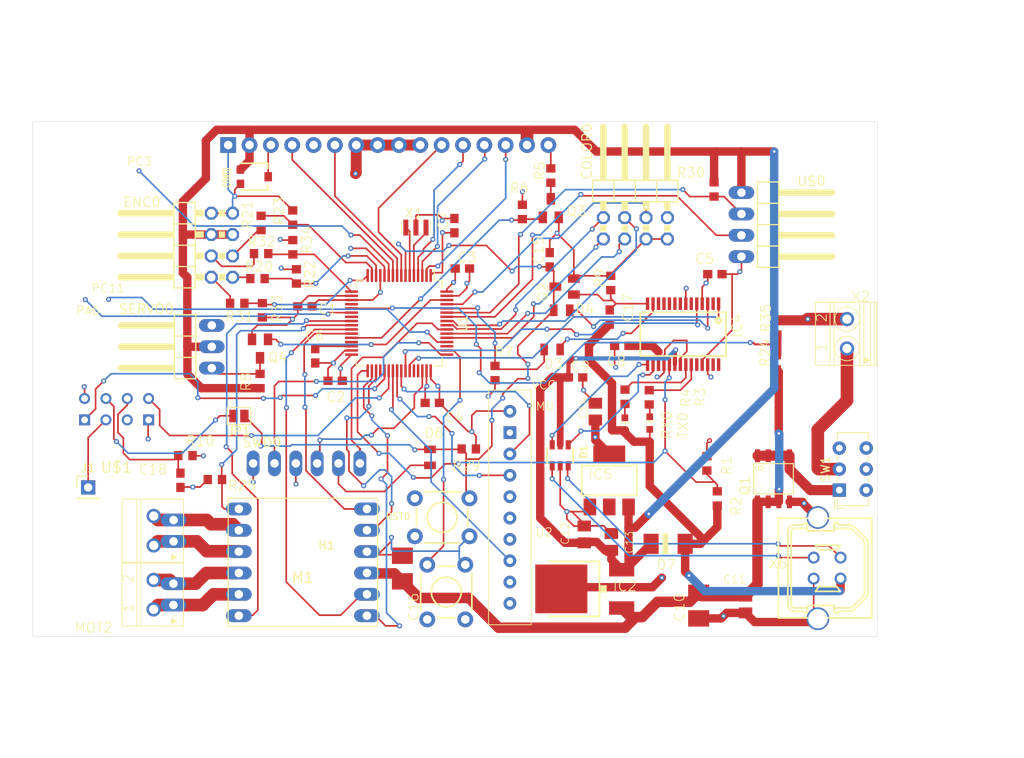
<source format=kicad_pcb>
(kicad_pcb (version 20221018) (generator pcbnew)
  (layers (0 "F.Cu" signal) (1 "In1.Cu" power "+3V3") (2 "In2.Cu" power "GND") (31 "B.Cu" signal) (34 "B.Paste" user) (35 "F.Paste" user) (36 "B.SilkS" user "B.Silkscreen") (37 "F.SilkS" user "F.Silkscreen") (38 "B.Mask" user) (39 "F.Mask" user) (44 "Edge.Cuts" user))
  (net 0 "")
  (net 1 "GND")
  (net 2 "/BUTTON")
  (net 3 "+3V3")
  (net 4 "Net-(U1-VCAP1)")
  (net 5 "Net-(IC4-3V3OUT)")
  (net 6 "+5V")
  (net 7 "VCC")
  (net 8 "/NRST")
  (net 9 "+5V{slash}1")
  (net 10 "/FTDI_CBUS3")
  (net 11 "Net-(C18-Pad1)")
  (net 12 "/COLOR_S0")
  (net 13 "/COLOR_S3")
  (net 14 "/COLOR_S1")
  (net 15 "/COLOR_S2")
  (net 16 "/COLOR_OUT")
  (net 17 "Net-(CONT0-WIPER)")
  (net 18 "Net-(D1-I{slash}O1)")
  (net 19 "Net-(D1-I{slash}O2)")
  (net 20 "Net-(D1-I{slash}O4)")
  (net 21 "Net-(D1-I{slash}O3)")
  (net 22 "/FTDI_BOOT0_OUT")
  (net 23 "/BOOT")
  (net 24 "/FTDI_RSTN_OUT")
  (net 25 "/USB_PWR_DET")
  (net 26 "/SWD_RSTN")
  (net 27 "Net-(ENC0-Pad1)")
  (net 28 "Net-(ENC0-Pad2)")
  (net 29 "Net-(ENC0-Pad3)")
  (net 30 "Net-(ENC0-Pad4)")
  (net 31 "/USART1_RX")
  (net 33 "/USART1_TX")
  (net 39 "/FTDI_RXLEDN")
  (net 40 "/FTDI_TXLEDN")
  (net 43 "Net-(J1-Pin_1)")
  (net 44 "Net-(MOT1A-K)")
  (net 45 "Net-(MOT1B-K)")
  (net 46 "Net-(MOT2A-K)")
  (net 47 "Net-(MOT2B-K)")
  (net 48 "/LCD_RST")
  (net 49 "/LCD_EN")
  (net 50 "/LCD_D4")
  (net 51 "/LCD_D5")
  (net 52 "/LCD_D6")
  (net 53 "/LCD_D7")
  (net 54 "Net-(LCD1-K)")
  (net 55 "/MOTOR_FAULTN")
  (net 56 "/MOTOR_SLEEPN")
  (net 57 "/MOTOR1_IN1")
  (net 58 "/MOTOR1_IN2")
  (net 59 "/MOTOR2_IN1")
  (net 60 "/MOTOR2_IN2")
  (net 61 "Net-(SW1A-A)")
  (net 62 "/LCD_BACKLIGHT")
  (net 63 "Net-(Q3-D)")
  (net 64 "/SERVO")
  (net 65 "Net-(Q4-D)")
  (net 66 "Net-(R3-Pad1)")
  (net 67 "Net-(R4-Pad1)")
  (net 68 "/ENC1_A_3V3")
  (net 69 "/ENC1_B_3V3")
  (net 70 "/VCC_SENSE")
  (net 71 "/US_TRIG")
  (net 72 "/ENC2_A_3V3")
  (net 73 "/ENC2_B_3V3")
  (net 74 "Net-(SW1A-B)")
  (net 76 "/SWD_SWCLK")
  (net 77 "/SWD_SWDIO")
  (net 78 "/SWD_SWO")
  (net 80 "/ESP_RX")
  (net 81 "/ESP_TX")
  (net 82 "Net-(U1-PH0)")
  (net 83 "Net-(U1-PH1)")
  (net 84 "unconnected-(U1-PC3-Pad11)")
  (net 86 "/IMU_INT")
  (net 87 "/IMU_SDA")
  (net 88 "/IMU_SCL")
  (net 90 "/US_ECHO")
  (net 96 "Net-(JP1-B)")
  (net 98 "unconnected-(U1-PA6-Pad22)")
  (net 103 "unconnected-(U1-PC11-Pad52)")
  (footprint "tanfolyamrobot:R0603" (layer "F.Cu") (at 80.94 74.93 90)
    (fp_text reference "R34")
    (fp_text value "20K")
  )
  (footprint "tanfolyamrobot:R0603" (layer "F.Cu") (at 77.17 75.69)
    (fp_text reference "R32")
    (fp_text value "10K")
  )
  (footprint "tanfolyamrobot:R0603" (layer "F.Cu") (at 76.74 78.66)
    (fp_text reference "R20")
    (fp_text value "10K")
  )
  (footprint "tanfolyamrobot:1X03_90" (layer "F.Cu") (at 67.49 86.77 90)
    (fp_text reference "SERVO0")
    (fp_text value "PINHD-1X3/90" hide)
  )
  (footprint "tanfolyamrobot:1751248" (layer "F.Cu") (at 146.78 85.23 90)
    (fp_text reference "X2")
    (fp_text value "1751248" hide)
  )
  (footprint "tanfolyamrobot:C0805K" (layer "F.Cu") (at 116.94 94.49 90)
    (fp_text reference "C14")
    (fp_text value "10u" hide)
  )
  (footprint "tanfolyamrobot:C0603" (layer "F.Cu") (at 118.65 83.24 90)
    (fp_text reference "C17")
    (fp_text value "2u2" hide)
  )
  (footprint "tanfolyamrobot:R0603" (layer "F.Cu") (at 138.48 88.61 90)
    (fp_text reference "R24")
    (fp_text value "27K" hide)
  )
  (footprint "tanfolyamrobot:MICROMELF-W" (layer "F.Cu") (at 111.8 87.09)
    (fp_text reference "D3")
    (fp_text value "BAS85" hide)
  )
  (footprint "tanfolyamrobot:R0603" (layer "F.Cu") (at 138.55 84.47 90)
    (fp_text reference "R35")
    (fp_text value "6K8" hide)
  )
  (footprint "tanfolyamrobot:R0603" (layer "F.Cu") (at 80.93 71.4 90)
    (fp_text reference "R23")
    (fp_text value "20K")
  )
  (footprint "tanfolyamrobot:C0603" (layer "F.Cu") (at 85.98 90.82 180)
    (fp_text reference "C2")
    (fp_text value "100n")
  )
  (footprint "tanfolyamrobot:R0603" (layer "F.Cu") (at 77.17 72.04 90)
    (fp_text reference "R21")
    (fp_text value "10K")
  )
  (footprint "tanfolyamrobot:C0603" (layer "F.Cu") (at 111.51 76.42 90)
    (fp_text reference "C15")
    (fp_text value "100n")
  )
  (footprint "tanfolyamrobot:C0805K" (layer "F.Cu") (at 115.62 109.1 90)
    (fp_text reference "C12")
    (fp_text value "100n" hide)
  )
  (footprint "tanfolyamrobot:R0603" (layer "F.Cu") (at 131.45 104.82 -90)
    (fp_text reference "R2")
    (fp_text value "4K7")
  )
  (footprint "tanfolyamrobot:R0603" (layer "F.Cu") (at 77.32 82.43 -90)
    (fp_text reference "R33")
    (fp_text value "20K")
  )
  (footprint "tanfolyamrobot:LCD-16X2_NOSILK" (layer "F.Cu") (at 105.25 78.27)
    (fp_text reference "LCD1" hide)
    (fp_text value "LCD-16X2NOSILK" hide)
  )
  (footprint "tanfolyamrobot:R0603" (layer "F.Cu") (at 123.35 92.79 90)
    (fp_text reference "R3")
    (fp_text value "R-EU_R0603" hide)
  )
  (footprint "tanfolyamrobot:2X04_90" (layer "F.Cu") (at 121.7 67.6)
    (fp_text reference "COLOR0")
    (fp_text value "PINHD-2X4/90" hide)
  )
  (footprint "tanfolyamrobot:DRV8833_MODULE" (layer "F.Cu") (at 82.14 112.42)
    (fp_text reference "M1")
    (fp_text value "DRV8833")
  )
  (footprint "MountingHole:MountingHole_3mm" (layer "F.Cu") (at 84.96 114.38)
    (fp_text reference "H1")
    (fp_text value "MountingHole")
  )
  (footprint "tanfolyamrobot:B_3528-21R" (layer "F.Cu") (at 93.98 113.16 -90)
    (fp_text reference "C16")
    (fp_text value "68u" hide)
  )
  (footprint "tanfolyamrobot:DPACK" (layer "F.Cu") (at 115.27 115.58 90)
    (fp_text reference "IC2")
    (fp_text value "LP2950?CDT" hide)
  )
  (footprint "tanfolyamrobot:TACTILE_SWITCH_PTH_6.0MM" (layer "F.Cu") (at 99.2 115.96 -90)
    (fp_text reference "BUT0" hide)
    (fp_text value "MOMENTARY-SWITCH-SPST-PTH-6.0MM" hide)
  )
  (footprint "tanfolyamrobot:C0603" (layer "F.Cu") (at 100.17 72.36 90)
    (fp_text reference "C7")
    (fp_text value "100n" hide)
  )
  (footprint "tanfolyamrobot:WE-TVS_SOT23-6L" (layer "F.Cu") (at 112.76 99.69)
    (fp_text reference "D1")
    (fp_text value "WE-TVS-HS_SOT23-6L_82400102" hide)
  )
  (footprint "tanfolyamrobot:TACTILE_SWITCH_PTH_6.0MM" (layer "F.Cu") (at 98.71 107.06 180)
    (fp_text reference "RST0")
    (fp_text value "MOMENTARY-SWITCH-SPST-PTH-6.0MM")
  )
  (footprint "tanfolyamrobot:C0603" (layer "F.Cu") (at 101.12 77.46)
    (fp_text reference "C3")
    (fp_text value "100n" hide)
  )
  (footprint "IMU:PCB_IMU" (layer "F.Cu") (at 106.77 107.15)
    (fp_text reference "U2")
    (fp_text value "~")
  )
  (footprint "tanfolyamrobot:CHIP-LED0603" (layer "F.Cu") (at 120.45 95.97)
    (fp_text reference "RX0")
    (fp_text value "LEDCHIP-LED0603" hide)
  )
  (footprint "tanfolyamrobot:SOT23" (layer "F.Cu") (at 77.04 86.99 180)
    (fp_text reference "Q4")
    (fp_text value "BSS123" hide)
  )
  (footprint "tanfolyamrobot:R0603" (layer "F.Cu") (at 130.21 100.65 -90)
    (fp_text reference "R1")
    (fp_text value "10K")
  )
  (footprint "tanfolyamrobot:C0603" (layer "F.Cu") (at 83.61 87.85 -90)
    (fp_text reference "C6")
    (fp_text value "100n")
  )
  (footprint "tanfolyamrobot:1X02" (layer "F.Cu") (at 66.7534 108.66305 90)
    (fp_text reference "JP6" hide)
    (fp_text value "PINHD-1X2" hide)
  )
  (footprint "tanfolyamrobot:C0603" (layer "F.Cu") (at 114.59 90.42)
    (fp_text reference "C9")
    (fp_text value "100n")
  )
  (footprint "tanfolyamrobot:R0603" (layer "F.Cu") (at 118.77 79.18 90)
    (fp_text reference "R9")
    (fp_text value "10K" hide)
  )
  (footprint "tanfolyamrobot:R0603" (layer "F.Cu") (at 74.33 81.6)
    (fp_text reference "R31")
    (fp_text value "10K")
  )
  (footprint "tanfolyamrobot:C0603" (layer "F.Cu") (at 97.54 93.45 180)
    (fp_text reference "C4")
    (fp_text value "100n")
  )
  (footprint "tanfolyamrobot:SOT23" (layer "F.Cu") (at 111.64 70.27)
    (fp_text reference "Q3")
    (fp_text value "BSS123")
  )
  (footprint "tanfolyamrobot:CHIP-LED0603" (layer "F.Cu") (at 123.41 95.85)
    (fp_text reference "TX0")
    (fp_text value "LEDCHIP-LED0603" hide)
  )
  (footprint "tanfolyamrobot:R0603" (layer "F.Cu") (at 71.67 102.57)
    (fp_text reference "R25")
    (fp_text value "4K7")
  )
  (footprint "tanfolyamrobot:R0603" (layer "F.Cu") (at 108.26 70.73 -90)
    (fp_text reference "R6")
    (fp_text value "4K7" hide)
  )
  (footprint "tanfolyamrobot:SO-8" (layer "F.Cu") (at 138.14 102.48 90)
    (fp_text reference "Q1")
    (fp_text value "BSO201SP" hide)
  )
  (footprint "tanfolyamrobot:SOT223" (layer "F.Cu") (at 118.59 102.68)
    (fp_text reference "IC5")
    (fp_text value "LD117A?S")
  )
  (footprint "tanfolyamrobot:1751248" (layer "F.Cu") (at 64.28 116.27 90)
    (fp_text reference "MOT2")
    (fp_text value "1751248")
  )
  (footprint "tanfolyamrobot:1X06" (layer "F.Cu") (at 82.57 100.65)
    (fp_text reference "SWD0")
    (fp_text value "SWD")
  )
  (footprint "tanfolyamrobot:B_3528-21R" (layer "F.Cu") (at 129.23 117.57 90)
    (fp_text reference "C10")
    (fp_text value "22u")
  )
  (footprint "tanfolyamrobot:C0603" (layer "F.Cu") (at 67.57 102.66 -90)
    (fp_text reference "C18")
    (fp_text value "100n" hide)
  )
  (footprint "tanfolyamrobot:ESP01" (layer "F.Cu") (at 59.96 101.11 180)
    (fp_text reference "U$1")
    (fp_text value "ESP01")
  )
  (footprint "tanfolyamrobot:C0603" (layer "F.Cu") (at 131.16 78.13)
    (fp_text reference "C5")
    (fp_text value "100n" hide)
  )
  (footprint "tanfolyamrobot:SSOP28" (layer "F.Cu") (at 127.38 85.27 180)
    (fp_text reference "IC4")
    (fp_text value "FT232RL" hide)
  )
  (footprint "tanfolyamrobot:SOT23" (layer "F.Cu") (at 113.28 79.61 90)
    (fp_text reference "Q2")
    (fp_text value "BSS123")
  )
  (footprint "tanfolyamrobot:1X04_90" (layer "F.Cu") (at 138.13 72.24 -90)
    (fp_text reference "US0")
    (fp_text value locked "PINHD-1X4/90" hide)
  )
  (footprint "tanfolyamrobot:2X04_90" (layer "F.Cu") (at 67.43 74.69 90)
    (fp_text reference "ENC0")
    (fp_text value "PINHD-2X4/90" hide)
  )
  (footprint "tanfolyamrobot:C0603" (layer "F.Cu") (at 82.38 81.97 180)
    (fp_text reference "C1")
    (fp_text value "100n")
  )
  (footprint "Jumper:SolderJumper-2_P1.3mm_Open_Pad1.0x1.5mm" (layer "F.Cu") (at 74.53 95.01 180)
    (fp_text reference "JP1")
    (fp_text value "SolderJumper_2_Open" hide)
  )
  (footprint "tanfolyamrobot:CSTCE" (layer "F.Cu") (at 95.59 72.59 180)
    (fp_text reference "X1")
    (fp_text value "MURATA_CSTCE" hide)
  )
  (footprint "tanfolyamrobot:1X02" (layer "F.Cu") (at 66.7334 116.23305 90)
    (fp_text reference "JP7" hide)
    (fp_text value "PINHD-1X2" hide)
  )
  (footprint "tanfolyamrobot:1751248" (layer "F.Cu") (at 64.29 108.66 90)
    (fp_text reference "MOT1" hide)
    (fp_text value "1751248" hide)
  )
  (footprint "tanfolyamrobot:MICROMELF-W" (layer "F.Cu") (at 97.26 99.93 90)
    (fp_text reference "D6")
    (fp_text value "BAS85" hide)
  )
  (footprint "tanfolyamrobot:R0603" (layer "F.Cu") (at 101.88 98.93 180)
    (fp_text reference "R29")
    (fp_text value "4K7" hide)
  )
  (footprint "tanfolyamrobot:C0805K" (layer "F.Cu") (at 118.85 109.99 90)
    (fp_text reference "C13")
    (fp_text value "100n" hide)
  )
  (footprint "Button_Switch_THT:SW_E-Switch_EG1271_SPDT" (layer "F.Cu") (at 145.97 103.83 90)
    (fp_text reference "SW1")
    (fp_text value "SW_DPDT_x2" hide)
  )
  (footprint "tanfolyamrobot:R0603" (layer "F.Cu") (at 131.07 68.05 -90)
    (fp_text reference "R30")
    (fp_text value "4K7" hide)
  )
  (footprint "tanfolyamrobot:R0603" (layer "F.Cu") (at 77.05 90.85 90)
    (fp_text reference "R8")
    (fp_text value "330R")
  )
  (footprint "tanfolyamrobot:KUSBVX-BS1N" (layer "F.Cu") (at 143.42 113.11 -90)
    (fp_text reference "X6")
    (fp_text value "KUSBVX-BS1N")
  )
  (footprint "tanfolyamrobot:C0603" (layer "F.Cu") (at 120.08 86.66 180)
    (fp_text reference "C8")
    (fp_text value "100n" hide)
  )
  (footprint "tanfolyamrobot:DO-214AC" (layer "F.Cu") (at 125.6 110.22)
    (fp_text reference "D7")
    (fp_text value "BAS85" hide)
  )
  (footprint "Package_QFP:LQFP-64_10x10mm_P0.5mm" (layer "F.Cu") (at 93.6 83.96 -90)
    (fp_text reference "U1")
    (fp_text value "STM32F411RCTx" hide)
  )
  (footprint "tanfolyamrobot:R0603" (layer "F.Cu") (at 105 89.9 -90)
    (fp_text reference "R7")
    (fp_text value "4K7")
  )
  (footprint "tanfolyamrobot:MICROMELF-W" (layer "F.Cu") (at 112.94 82.43 180)
    (fp_text reference "D4")
    (fp_text value "BAS85")
  )
  (footprint "Connector_PinHeader_2.54mm:PinHeader_1x01_P2.54mm_Vertical" (layer "F.Cu") (at 56.59 103.51)
    (fp_text reference "J1")
    (fp_text value "Conn_01x01" hide)
  )
  (footprint "tanfolyamrobot:C0805K" (layer "F.Cu") (at 134.81 117.44 -90)
    (fp_text reference "C11")
    (fp_text value "330n")
  )
  (footprint "tanfolyamrobot:R0603" (layer "F.Cu") (at 68.16 99.72)
    (fp_text reference "R10")
    (fp_text value "10K")
  )
  (footprint "tanfolyamrobot:TRIMPOT-SMD-3MM-CLOSED" (layer "F.Cu") (at 76.36 66.54 -90)
    (fp_text reference "CONT0")
    (fp_text value "10k")
  )
  (footprint "tanfolyamrobot:R0603" (layer "F.Cu") (at 81.37 78.4 90)
    (fp_text reference "R22")
    (fp_text value "20K")
  )
  (footprint "tanfolyamrobot:R0603" (layer "F.Cu") (at 111.64 66.4 90)
    (fp_text reference "R5")
    (fp_text value "R-EU_R0603" hide)
  )
  (footprint "tanfolyamrobot:R0603" (layer "F.Cu") (at 120.47 92.72 90)
    (fp_text reference "R4")
    (fp_text value "R-EU_R0603" hide)
  )
  (gr_rect (start 50 60) (end 150.5 121.25) (stroke (width 0.05)) (fill none) (layer "Edge.Cuts"))
  (gr_text "PA6" (at 55.1 83.08) (layer "F.SilkS") (effects (font (size 1 1) (thickness 0.1)) (justify left bottom)))
  (gr_text "PC11\n" (at 56.93 80.39) (layer "F.SilkS") (effects (font (size 1 1) (thickness 0.1)) (justify left bottom)))
  (gr_text "PC3" (at 61.13 65.31) (layer "F.SilkS") (effects (font (size 1 1) (thickness 0.1)) (justify left bottom)))
  (segment (start 127.055 88.0902) (end 127.82 87.3252) (width 0.2) (layer "F.Cu") (net 1))
  (segment (start 67.62 103.46) (end 67.57 103.51) (width 0.2) (layer "F.Cu") (net 1))
  (segment (start 71.24 70.88) (end 73.78 70.88) (width 0.2) (layer "F.Cu") (net 1))
  (segment (start 81.3 100.65) (end 81.3 103.09) (width 0.2) (layer "F.Cu") (net 1))
  (segment (start 135.9 119.53) (end 143.02 119.53) (width 1) (layer "F.Cu") (net 1))
  (segment (start 131.905 119.095) (end 132.19 118.81) (width 1) (layer "F.Cu") (net 1))
  (segment (start 114.38 75.26) (end 114.38 78.66) (width 0.2) (layer "F.Cu") (net 1))
  (segment (start 130.305 88.895) (end 130.305 89.975) (width 0.2) (layer "F.Cu") (net 1))
  (segment (start 113.55 106.39) (end 114.15 106.39) (width 0.2) (layer "F.Cu") (net 1))
  (segment (start 82.79 80.71) (end 81.53 81.97) (width 0.2) (layer "F.Cu") (net 1))
  (segment (start 89.66 75.06) (end 91.85 77.25) (width 0.2) (layer "F.Cu") (net 1))
  (segment (start 63.73 95.5275) (end 63.73 97.75) (width 0.2) (layer "F.Cu") (net 1))
  (segment (start 134.32 76.05) (end 134.32 77.65) (width 0.2) (layer "F.Cu") (net 1))
  (segment (start 79.7 77.55) (end 79.56 77.41) (width 0.2) (layer "F.Cu") (net 1))
  (segment (start 142.92 114.36) (end 142.92 118.63) (width 0.2) (layer "F.Cu") (net 1))
  (segment (start 130.65 90.33) (end 130.69 90.37) (width 0.2) (layer "F.Cu") (net 1))
  (segment (start 134.81 118.44) (end 135.9 119.53) (width 1) (layer "F.Cu") (net 1))
  (segment (start 112.76 105.6) (end 112.76 100.94) (width 0.2) (layer "F.Cu") (net 1))
  (segment (start 146.88 83.48) (end 142.22 83.48) (width 1.5) (layer "F.Cu") (net 1))
  (segment (start 133.21 84.79) (end 133.21 78.13) (width 0.2) (layer "F.Cu") (net 1))
  (segment (start 80.21 84.19) (end 80.9 83.5) (width 0.2) (layer "F.Cu") (net 1))
  (segment (start 93.86 111.515) (end 90.72 111.515) (width 0.2) (layer "F.Cu") (net 1))
  (segment (start 79.24 68.86) (end 74.04 68.86) (width 0.2) (layer "F.Cu") (net 1))
  (segment (start 130.21 98.25) (end 130.52 97.94) (width 0.2) (layer "F.Cu") (net 1))
  (segment (start 127.82 86.02) (end 126.28 86.02) (width 0.2) (layer "F.Cu") (net 1))
  (segment (start 143.02 119.53) (end 143.42 119.13) (width 0.2) (layer "F.Cu") (net 1))
  (segment (start 114.38 108.1) (end 115.62 108.1) (width 0.2) (layer "F.Cu") (net 1))
  (segment (start 127.705 81.645) (end 127.705 79.855) (width 0.2) (layer "F.Cu") (net 1))
  (segment (start 129.655 88.345) (end 133.21 84.79) (width 0.2) (layer "F.Cu") (net 1))
  (segment (start 134.32 77.65) (end 134.13 77.84) (width 0.2) (layer "F.Cu") (net 1))
  (segment (start 124.86 114.25) (end 123.73 115.38) (width 1) (layer "F.Cu") (net 1))
  (segment (start 132.56 118.44) (end 132.19 118.81) (width 1) (layer "F.Cu") (net 1))
  (segment (start 96.85 91.43) (end 96.9 91.48) (width 0.2) (layer "F.Cu") (net 1))
  (segment (start 80.68 83.28) (end 80.9 83.5) (width 0.2) (layer "F.Cu") (net 1))
  (segment (start 142.92 118.63) (end 143.42 119.13) (width 0.2) (layer "F.Cu") (net 1))
  (segment (start 91.075 111.515) (end 90.72 111.515) (width 0.2) (layer "F.Cu") (net 1))
  (segment (start 138.55 83.62) (end 142.08 83.62) (width 1.2) (layer "F.Cu") (net 1))
  (segment (start 125.105 88.895) (end 125.105 89.845) (width 0.2) (layer "F.Cu") (net 1))
  (segment (start 85.13 89.35) (end 85.78 88.7) (width 0.2) (layer "F.Cu") (net 1))
  (segment (start 114.71 78.33) (end 114.38 78.66) (width 0.2) (layer "F.Cu") (net 1))
  (segment (start 113.55 106.39) (end 113.55 107.27) (width 0.2) (layer "F.Cu") (net 1))
  (segment (start 76.09 85.89) (end 76.09 84.85) (width 0.2) (layer "F.Cu") (net 1))
  (segment (start 125.2074 87.686654) (end 125.105 87.789054) (width 0.2) (layer "F.Cu") (net 1))
  (segment (start 140.045 105.2232) (end 141.6032 105.2232) (width 1) (layer "F.Cu") (net 1))
  (segment (start 125.105 87.789054) (end 125.105 88.895) (width 0.2) (layer "F.Cu") (net 1))
  (segment (start 114.15 106.39) (end 115.84 108.08) (width 0.2) (layer "F.Cu") (net 1))
  (segment (start 111.51 74.118788) (end 112.374394 73.254394) (width 0.2) (layer "F.Cu") (net 1))
  (segment (start 113.09 115.38) (end 112.89 115.58) (width 1) (layer "F.Cu") (net 1))
  (segment (start 113.55 107.27) (end 114.38 108.1) (width 0.2) (layer "F.Cu") (net 1))
  (segment (start 112.59 73.038788) (end 112.374394 73.254394) (width 0.2) (layer "F.Cu") (net 1))
  (segment (start 69.91 103.46) (end 70.8 102.57) (width 0.2) (layer "F.Cu") (net 1))
  (segment (start 142.08 83.62) (end 142.22 83.48) (width 0.2) (layer "F.Cu") (net 1))
  (segment (start 96.69 93.45) (end 96.69 91.69) (width 0.2) (layer "F.Cu") (net 1))
  (segment (start 87.83 75.06) (end 89.66 75.06) (width 0.2) (layer "F.Cu") (net 1))
  (segment (start 63.785 95.4725) (end 63.73 95.5275) (width 0.2) (layer "F.Cu") (net 1))
  (segment (start 113.55 106.39) (end 112.76 105.6) (width 0.2) (layer "F.Cu") (net 1))
  (segment (start 115.53 92.08) (end 115.53 91.94) (width 0.2) (layer "F.Cu") (net 1))
  (segment (start 96.69 91.69) (end 96.9 91.48) (width 0.2) (layer "F.Cu") (net 1))
  (segment (start 98.72 71.53) (end 98.72 71.76) (width 0.2) (layer "F.Cu") (net 1))
  (segment (start 115.73 106.39) (end 116.29 105.83) (width 0.2) (layer "F.Cu") (net 1))
  (segment (start 100.74 80.71) (end 101.64 79.81) (width 0.2) (layer "F.Cu") (net 1))
  (segment (start 143.42 107.09) (end 143.34 107.09) (width 0.2) (layer "F.Cu") (net 1))
  (segment (start 133.84 78.13) (end 134.13 77.84) (width 0.2) (layer "F.Cu") (net 1))
  (segment (start 141.78 105.53) (end 141.78 105.4) (width 0.2) (layer "F.Cu") (net 1))
  (segment (start 111.51 75.57) (end 111.51 74.118788) (width 0.2) (layer "F.Cu") (net 1))
  (segment (start 74.04 68.86) (end 74.04 68.06) (width 0.2) (layer "F.Cu") (net 1))
  (segment (start 115.44 91.85) (end 115.53 91.94) (width 0.2) (layer "F.Cu") (net 1))
  (segment (start 129.655 88.895) (end 129.655 88.345) (width 0.2) (layer "F.Cu") (net 1))
  (segment (start 101.65 79.8) (end 101.65 79.23) (width 0.2) (layer "F.Cu") (net 1))
  (segment (start 115.44 90.42) (end 115.44 91.85) (width 0.2) (layer "F.Cu") (net 1))
  (segment (start 116.94 93.49) (end 115.53 92.08) (width 0.2) (layer "F.Cu") (net 1))
  (segment (start 112.374394 73.254394) (end 114.38 75.26) (width 0.2) (layer "F.Cu") (net 1))
  (segment (start 130.65 90.32) (end 130.65 90.33) (width 0.2) (layer "F.Cu") (net 1))
  (segment (start 112.59 71.37) (end 112.59 73.038788) (width 0.2) (layer "F.Cu") (net 1))
  (segment (start 127.705 79.855) (end 127.75 79.81) (width 0.2) (layer "F.Cu") (net 1))
  (segment (start 83.61 88.7) (end 85.78 88.7) (width 0.2) (layer "F.Cu") (net 1))
  (segment (start 79.52 74.08) (end 79.44 74) (width 0.2) (layer "F.Cu") (net 1))
  (segment (start 101.97 77.46) (end 101.97 78.91) (width 0.2) (layer "F.Cu") (net 1))
  (segment (start 105 91.8524) (end 104.19 92.6624) (width 0.2) (layer "F.Cu") (net 1))
  (segment (start 88.49 66.08) (end 88.4 66.17) (width 1.3) (layer "F.Cu") (net 1))
  (segment (start 93.98 111.635) (end 93.86 111.515) (width 0.2) (layer "F.Cu") (net 1))
  (segment (start 69.04 103.46) (end 69.91 103.46) (width 0.2) (layer "F.Cu") (net 1))
  (segment (start 143.34 107.09) (end 141.78 105.53) (width 1) (layer "F.Cu") (net 1))
  (segment (start 127.82 87.3252) (end 127.82 86.02) (width 0.2) (layer "F.Cu") (net 1))
  (segment (start 122.97 73.95) (end 118.77 78.15) (width 0.2) (layer "F.Cu") (net 1))
  (segment (start 95.59 71.19) (end 95.7 71.08) (width 0.2) (layer "F.Cu") (net 1))
  (segment (start 130.305 89.975) (end 130.65 90.32) (width 0.2) (layer "F.Cu") (net 1))
  (segment (start 85.78 88.580001) (end 85.78 88.7) (width 0.2) (layer "F.Cu") (net 1))
  (segment (start 95.59 72.59) (end 95.59 71.19) (width 0.2) (layer "F.Cu") (net 1))
  (segment (start 81.53 81.97) (end 81.53 82.87) (width 0.2) (layer "F.Cu") (net 1))
  (segment (start 119.36 89.22) (end 119.23 89.09) (width 0.2) (layer "F.Cu") (net 1))
  (segment (start 95.7 71.08) (end 98.27 71.08) (width 0.2) (layer "F.Cu") (net 1))
  (segment (start 88.49 62.77) (end 88.49 66.08) (width 1.3) (layer "F.Cu") (net 1))
  (segment (start 87.925 80.71) (end 82.79 80.71) (width 0.2) (layer "F.Cu") (net 1))
  (segment (start 96.85 89.635) (end 96.85 91.43) (width 0.2) (layer "F.Cu") (net 1))
  (segment (start 74.04 68.06) (end 74.71 67.39) (width 0.2) (layer "F.Cu") (net 1))
  (segment (start 99.275 80.71) (end 100.74 80.71) (width 0.2) (layer "F.Cu") (net 1))
  (segment (start 101.64 79.81) (end 101.65 79.8) (width 0.2) (layer "F.Cu") (net 1))
  (segment (start 118.77 78.15) (end 118.77 78.33) (width 0.2) (layer "F.Cu") (net 1))
  (segment (start 81.37 77.55) (end 79.7 77.55) (width 0.2) (layer "F.Cu") (net 1))
  (segment (start 88.49 62.77) (end 96.11 62.77) (width 1.3) (layer "F.Cu") (net 1))
  (segment (start 105 90.75) (end 105 91.8524) (width 0.2) (layer "F.Cu") (net 1))
  (segment (start 117.94 108.08) (end 118.85 108.99) (width 0.2) (layer "F.Cu") (net 1))
  (segment (start 98.97 71.51) (end 98.72 71.76) (width 0.2) (layer "F.Cu") (net 1))
  (segment (start 122.97 73.95) (end 125.51 73.95) (width 0.2) (layer "F.Cu") (net 1))
  (segment (start 80.94 74.08) (end 79.52 74.08) (width 0.2) (layer "F.Cu") (net 1))
  (segment (start 133.21 78.13) (end 133.84 78.13) (width 0.2) (layer "F.Cu") (net 1))
  (segment (start 141.6032 105.2232) (end 141.78 105.4) (width 0.2) (layer "F.Cu") (net 1))
  (segment (start 92.68 109.46) (end 92.68 109.91) (width 0.2) (layer "F.Cu") (net 1))
  (segment (start 134.81 118.44) (end 132.56 118.44) (width 1) (layer "F.Cu") (net 1))
  (segment (start 118.77 78.33) (end 114.71 78.33) (width 0.2) (layer "F.Cu") (net 1))
  (segment (start 76.75 84.19) (end 80.21 84.19) (width 0.2) (layer "F.Cu") (net 1))
  (segment (start 98.27 71.08) (end 98.72 71.53) (width 0.2) (layer "F.Cu") (net 1))
  (segment (start 113.55 106.39) (end 115.73 106.39) (width 0.2) (layer "F.Cu") (net 1))
  (segment (start 129.23 119.095) (end 131.905 119.095) (width 1) (layer "F.Cu") (net 1))
  (segment (start 130.21 99.8) (end 130.21 98.25) (width 0.2) (layer "F.Cu") (net 1))
  (segment (start 69.04 103.46) (end 67.62 103.46) (width 0.2) (layer "F.Cu") (net 1))
  (segment (start 132.01 78.13) (end 133.21 78.13) (width 0.2) (layer "F.Cu") (net 1))
  (segment (start 92.68 109.91) (end 91.075 111.515) (width 0.2) (layer "F.Cu") (net 1))
  (segment (start 85.13 90.82) (end 85.13 89.35) (width 0.2) (layer "F.Cu") (net 1))
  (segment (start 91.85 77.25) (end 91.85 78.285) (width 0.2) (layer "F.Cu") (net 1))
  (segment (start 127.055 88.895) (end 127.055 88.0902) (width 0.2) (layer "F.Cu") (net 1))
  (segment (start 101.97 78.91) (end 101.65 79.23) (width 0.2) (layer "F.Cu") (net 1))
  (segment (start 81.3 103.09) (end 81.32 103.11) (width 0.2) (layer "F.Cu") (net 1))
  (segment (start 77.32 83.28) (end 80.68 83.28) (width 0.2) (layer "F.Cu") (net 1))
  (segment (start 87.925 87.21) (end 87.150001 87.21) (width 0.2) (layer "F.Cu") (net 1))
  (segment (start 126.28 86.02) (end 125.2074 87.0926) (width 0.2) (layer "F.Cu") (net 1))
  (segment (start 125.2074 87.0926) (end 125.2074 87.686654) (width 0.2) (layer "F.Cu") (net 1))
  (segment (start 70.8 102.57) (end 70.82 102.57) (width 0.2) (layer "F.Cu") (net 1))
  (segment (start 123.73 115.38) (end 113.09 115.38) (width 1) (layer "F.Cu") (net 1))
  (segment (start 100.17 71.51) (end 98.97 71.51) (width 0.2) (layer "F.Cu") (net 1))
  (segment (start 119.23 89.09) (end 119.23 86.66) (width 0.2) (layer "F.Cu") (net 1))
  (segment (start 124.59 90.36) (end 124.28 90.36) (width 0.2) (layer "F.Cu") (net 1))
  (segment (start 81.53 82.87) (end 80.9 83.5) (width 0.2) (layer "F.Cu") (net 1))
  (segment (start 76.09 84.85) (end 76.75 84.19) (width 0.2) (layer "F.Cu") (net 1))
  (segment (start 80.93 70.55) (end 79.24 68.86) (width 0.2) (layer "F.Cu") (net 1))
  (segment (start 125.105 89.845) (end 124.59 90.36) (width 0.2) (layer "F.Cu") (net 1))
  (segment (start 115.84 108.08) (end 117.94 108.08) (width 0.2) (layer "F.Cu") (net 1))
  (segment (start 87.150001 87.21) (end 85.78 88.580001) (width 0.2) (layer "F.Cu") (net 1))
  (via (at 80.9 83.5) (size 0.6) (drill 0.3) (layers "F.Cu" "B.Cu") (net 1))
  (via (at 127.75 79.81) (size 0.6) (drill 0.3) (layers "F.Cu" "B.Cu") (net 1))
  (via (at 130.52 97.94) (size 0.6) (drill 0.3) (layers "F.Cu" "B.Cu") (remove_unused_layers) (zone_layer_connections "In2.Cu") (net 1))
  (via (at 63.73 97.75) (size 0.6) (drill 0.3) (layers "F.Cu" "B.Cu") (net 1))
  (via (at 142.22 83.48) (size 0.6) (drill 0.3) (layers "F.Cu" "B.Cu") (net 1))
  (via (at 130.69 90.37) (size 0.6) (drill 0.3) (layers "F.Cu" "B.Cu") (net 1))
  (via (at 113.55 106.39) (size 0.6) (drill 0.3) (layers "F.Cu" "B.Cu") (net 1))
  (via (at 134.13 77.84) (size 0.6) (drill 0.3) (layers "F.Cu" "B.Cu") (net 1))
  (via (at 74.04 68.86) (size 0.6) (drill 0.3) (layers "F.Cu" "B.Cu") (net 1))
  (via (at 115.53 91.94) (size 0.6) (drill 0.3) (layers "F.Cu" "B.Cu") (net 1))
  (via (at 96.9 91.48) (size 0.6) (drill 0.3) (layers "F.Cu" "B.Cu") (net 1))
  (via (at 124.28 90.36) (size 0.6) (drill 0.3) (layers "F.Cu" "B.Cu") (net 1))
  (via (at 101.65 79.23) (size 0.6) (drill 0.3) (layers "F.Cu" "B.Cu") (net 1))
  (via (at 79.56 77.41) (size 0.6) (drill 0.3) (layers "F.Cu" "B.Cu") (net 1))
  (via (at 104.19 92.6624) (size 0.6) (drill 0.3) (layers "F.Cu" "B.Cu") (net 1))
  (via (at 132.19 118.81) (size 0.6) (drill 0.3) (layers "F.Cu" "B.Cu") (net 1))
  (via (at 119.36 89.22) (size 0.6) (drill 0.3) (layers "F.Cu" "B.Cu") (net 1))
  (via (at 88.4 66.17) (size 0.6) (drill 0.3) (layers "F.Cu" "B.Cu") (net 1))
  (via (at 87.83 75.06) (size 0.6) (drill 0.3) (layers "F.Cu" "B.Cu") (net 1))
  (via (at 92.68 109.46) (size 0.6) (drill 0.3) (layers "F.Cu" "B.Cu") (net 1))
  (via (at 85.78 88.7) (size 0.6) (drill 0.3) (layers "F.Cu" "B.Cu") (net 1))
  (via (at 81.32 103.11) (size 0.6) (drill 0.3) (layers "F.Cu" "B.Cu") (net 1))
  (via (at 79.44 74) (size 0.6) (drill 0.3) (layers "F.Cu" "B.Cu") (net 1))
  (via (at 141.78 105.4) (size 0.6) (drill 0.3) (layers "F.Cu" "B.Cu") (net 1))
  (via (at 124.86 114.25) (size 0.6) (drill 0.3) (layers "F.Cu" "B.Cu") (net 1))
  (via (at 98.72 71.76) (size 0.6) (drill 0.3) (layers "F.Cu" "B.Cu") (net 1))
  (via (at 112.374394 73.254394) (size 0.6) (drill 0.3) (layers "F.Cu" "B.Cu") (net 1))
  (via (at 69.04 103.46) (size 0.6) (drill 0.3) (layers "F.Cu" "B.Cu") (net 1))
  (segment (start 101.4606 112.7088) (end 100.7506 111.9988) (width 0.2) (layer "B.Cu") (net 1))
  (segment (start 100.7506 111.09) (end 100.7506 110.5312) (width 0.2) (layer "B.Cu") (net 1))
  (segment (start 73.25 68.07) (end 73.25 62.77) (width 0.2) (layer "B.Cu") (net 1))
  (segment (start 73.78 70.88) (end 73.78 69.12) (width 0.2) (layer "B.Cu") (net 1))
  (segment (start 74.04 68.86) (end 73.25 68.07) (width 0.2) (layer "B.Cu") (net 1))
  (segment (start 73.78 69.12) (end 74.04 68.86) (width 0.2) (layer "B.Cu") (net 1))
  (segment (start 92.68 110.86) (end 92.91 111.09) (width 0.2) (layer "B.Cu") (net 1))
  (segment (start 92.91 111.09) (end 100.7506 111.09) (width 0.2) (layer "B.Cu") (net 1))
  (segment (start 100.7506 110.5312) (end 101.9612 109.3206) (width 0.2) (layer "B.Cu") (net 1))
  (segment (start 92.68 109.46) (end 92.68 110.86) (width 0.2) (layer "B.Cu") (net 1))
  (segment (start 100.7506 111.9988) (end 100.7506 111.09) (width 0.2) (layer "B.Cu") (net 1))
  (segment (start 96.9394 112.7088) (end 96.9394 112.4088) (width 0.2) (layer "F.Cu") (net 2))
  (segment (start 96.9394 112.4088) (end 98.88 110.4682) (width 0.2) (layer "F.Cu") (net 2))
  (segment (start 100.84 93.14) (end 100.84 88.000001) (width 0.2) (layer "F.Cu") (net 2))
  (segment (start 100.049999 87.21) (end 99.275 87.21) (width 0.2) (layer "F.Cu") (net 2))
  (segment (start 100.84 88.000001) (end 100.049999 87.21) (width 0.2) (layer "F.Cu") (net 2))
  (segment (start 98.88 110.4682) (end 98.88 102.56) (width 0.2) (layer "F.Cu") (net 2))
  (via (at 98.88 102.56) (size 0.6) (drill 0.3) (layers "F.Cu" "B.Cu") (net 2))
  (via (at 100.84 93.14) (size 0.6) (drill 0.3) (layers "F.Cu" "B.Cu") (net 2))
  (segment (start 98.88 102.56) (end 98.88 95.1) (width 0.2) (layer "B.Cu") (net 2))
  (segment (start 98.88 95.1) (end 100.84 93.14) (width 0.2) (layer "B.Cu") (net 2))
  (segment (start 99.275 79.905) (end 100.07 79.11) (width 0.2) (layer "F.Cu") (net 3))
  (segment (start 91.35 80.28) (end 91.37 80.3) (width 0.2) (layer "F.Cu") (net 3))
  (segment (start 116.94 95.49) (end 116.94 97.52) (width 1) (layer "F.Cu") (net 3))
  (segment (start 87.925 81.21) (end 83.99 81.21) (width 0.2) (layer "F.Cu") (net 3))
  (segment (start 98.75 73.18) (end 98.75 77.96) (width 0.2) (layer "F.Cu") (net 3))
  (segment (start 98.2 91.46) (end 97.35 90.61) (width 0.2) (layer "F.Cu") (net 3))
  (segment (start 116.93 97.87) (end 116.93 97.53) (width 0.2) (layer "F.Cu") (net 3))
  (segment (start 56.165 91.575) (end 56.165 92.9325) (width 0.2) (layer "F.Cu") (net 3))
  (segment (start 130.12 79.19) (end 130.31 79) (width 0.2) (layer "F.Cu") (net 3))
  (segment (start 86.61 89.35) (end 86.61 89.025) (width 0.2) (layer "F.Cu") (net 3))
  (segment (start 76.23 101.72) (end 76.22 101.71) (width 0.2) (layer "F.Cu") (net 3))
  (segment (start 102.24 94.95) (end 102.24 96.87) (width 0.2) (layer "F.Cu") (net 3))
  (segment (start 76.22 101.71) (end 76.22 100.65) (width 0.2) (layer "F.Cu") (net 3))
  (segment (start 86.61 89.025) (end 87.925 87.71) (width 0.2) (layer "F.Cu") (net 3))
  (segment (start 83.99 81.21) (end 83.23 81.97) (width 0.2) (layer "F.Cu") (net 3))
  (segment (start 99.275 80.21) (end 99.275 79.905) (width 0.2) (layer "F.Cu") (net 3))
  (segment (start 98.2 91.46) (end 98.39 91.65) (width 0.2) (layer "F.Cu") (net 3))
  (segment (start 70.3 99.75) (end 69.04 99.75) (width 0.2) (layer "F.Cu") (net 3))
  (segment (start 76.23 102.88) (end 76.23 101.72) (width 0.2) (layer "F.Cu") (net 3))
  (segment (start 98.78 73.21) (end 98.75 73.18) (width 0.2) (layer "F.Cu") (net 3))
  (segment (start 87.925 81.21) (end 90.46 81.21) (width 0.2) (layer "F.Cu") (net 3))
  (segment (start 98.39 93.45) (end 101.81 96.87) (width 0.2) (layer "F.Cu") (net 3))
  (segment (start 91.35 79.62) (end 91.35 80.28) (width 0.2) (layer "F.Cu") (net 3))
  (segment (start 106.74 94.42) (end 102.77 94.42) (width 0.2) (layer "F.Cu") (net 3))
  (segment (start 116.94 97.52) (end 116.93 97.53) (width 0.2) (layer "F.Cu") (net 3))
  (segment (start 130.12 79.19) (end 129.655 79.655) (width 0.2) (layer "F.Cu") (net 3))
  (segment (start 102.77 94.42) (end 102.24 94.95) (width 0.2) (layer "F.Cu") (net 3))
  (segment (start 100.27 77.46) (end 100.27 78.91) (width 0.2) (layer "F.Cu") (net 3))
  (segment (start 100.27 78.91) (end 100.07 79.11) (width 0.2) (layer "F.Cu") (net 3))
  (segment (start 90.46 81.21) (end 91.37 80.3) (width 0.2) (layer "F.Cu") (net 3))
  (segment (start 97.675 77.96) (end 97.35 78.285) (width 0.2) (layer "F.Cu") (net 3))
  (segment (start 102.73 98.93) (end 102.73 97.36) (width 0.2) (layer "F.Cu") (net 3))
  (segment (start 97.35 90.61) (end 97.35 89.635) (width 0.2) (layer "F.Cu") (net 3))
  (segment (start 108.26 69.88) (end 108.26 68.32) (width 0.2) (layer "F.Cu") (net 3))
  (segment (start 86.61 89.35) (end 86.61 90.6) (width 0.2) (layer "F.Cu") (net 3))
  (segment (start 101.81 96.87) (end 102.24 96.87) (width 0.2) (layer "F.Cu") (net 3))
  (segment (start 91.35 79.62) (end 91.35 78.285) (width 0.2) (layer "F.Cu") (net 3))
  (segment (start 129.655 79.655) (end 129.655 81.645) (width 0.2) (layer "F.Cu") (net 3))
  (segment (start 100.17 73.21) (end 98.78 73.21) (width 0.2) (layer "F.Cu") (net 3))
  (segment (start 106.77 94.45) (end 106.74 94.42) (width 0.2) (layer "F.Cu") (net 3))
  (segment (start 86.61 90.6) (end 86.83 90.82) (width 0.2) (layer "F.Cu") (net 3))
  (segment (start 56.12 91.53) (end 56.165 91.575) (width 0.2) (layer "F.Cu") (net 3))
  (segment (start 102.73 97.36) (end 102.24 96.87) (width 0.2) (layer "F.Cu") (net 3))
  (segment (start 98.75 77.96) (end 97.675 77.96) (width 0.2) (layer "F.Cu") (net 3))
  (segment (start 86.54 89.42) (end 86.61 89.35) (width 0.2) (layer "F.Cu") (net 3))
  (segment (start 118.59 99.53) (end 116.93 97.87) (width 1) (layer "F.Cu") (net 3))
  (segment (start 130.31 79) (end 130.31 78.13) (width 0.2) (layer "F.Cu") (net 3))
  (segment (start 69.04 99.75) (end 69.01 99.72) (width 0.2) (layer "F.Cu") (net 3))
  (segment (start 98.39 91.65) (end 98.39 93.45) (width 0.2) (layer "F.Cu") (net 3))
  (via (at 100.07 79.11) (size 0.6) (drill 0.3) (layers "F.Cu" "B.Cu") (net 3))
  (via (at 98.75 73.18) (size 0.6) (drill 0.3) (layers "F.Cu" "B.Cu") (net 3))
  (via (at 91.37 80.3) (size 0.6) (drill 0.3) (layers "F.Cu" "B.Cu") (net 3))
  (via (at 56.12 91.53) (size 0.6) (drill 0.3) (layers "F.Cu" "B.Cu") (net 3))
  (via (at 130.12 79.19) (size 0.6) (drill 0.3) (layers "F.Cu" "B.Cu") (net 3))
  (via (at 108.26 68.32) (size 0.6) (drill 0.3) (layers "F.Cu" "B.Cu") (net 3))
  (via (at 102.24 96.87) (size 0.6) (drill 0.3) (layers "F.Cu" "B.Cu") (net 3))
  (via (at 98.2 91.46) (size 0.6) (drill 0.3) (layers "F.Cu" "B.Cu") (net 3))
  (via (at 70.3 99.75) (size 0.6) (drill 0.3) (layers "F.Cu" "B.Cu") (net 3))
  (via (at 76.23 102.88) (size 0.6) (drill 0.3) (layers "F.Cu" "B.Cu") (net 3))
  (via (at 116.93 97.53) (size 0.6) (drill 0.3) (layers "F.Cu" "B.Cu") (net 3))
  (via (at 86.61 89.35) (size 0.6) (drill 0.3) (layers "F.Cu" "B.Cu") (net 3))
  (segment (start 83.9 86.71) (end 83.61 87) (width 0.2) (layer "F.Cu") (net 4))
  (segment (start 87.925 86.71) (end 83.9 86.71) (width 0.2) (layer "F.Cu") (net 4))
  (segment (start 124.455 87.375) (end 124.455 88.895) (width 0.2) (layer "F.Cu") (net 5))
  (segment (start 123.74 86.66) (end 124.455 87.375) (width 1) (layer "F.Cu") (net 5))
  (segment (start 120.93 86.66) (end 123.74 86.66) (width 1) (layer "F.Cu") (net 5))
  (segment (start 71.24 73.42) (end 68.06 73.42) (width 1) (layer "F.Cu") (net 6))
  (segment (start 120.89 108.29) (end 120.89 105.83) (width 1) (layer "F.Cu") (net 6))
  (segment (start 118.08 110.99) (end 117.09 110) (width 1) (layer "F.Cu") (net 6))
  (segment (start 71.3 86.77) (end 68.4 86.77) (width 1) (layer "F.Cu") (net 6))
  (segment (start 134.31 63.54) (end 131.39 63.54) (width 1) (layer "F.Cu") (net 6))
  (segment (start 111.85 90.38) (end 111.89 90.42) (width 1) (layer "F.Cu") (net 6))
  (segment (start 71.8756 60.96) (end 70.6 62.2356) (width 1) (layer "F.Cu") (net 6))
  (segment (start 115.62 110.1) (end 113.33 110.1) (width 1) (layer "F.Cu") (net 6))
  (segment (start 68.4 90.03) (end 68.4 86.77) (width 1) (layer "F.Cu") (net 6))
  (segment (start 123.575 110.22) (end 120.84 112.955) (width 1) (layer "F.Cu") (net 6))
  (segment (start 67.86 73.22) (end 67.86 77.98) (width 1) (layer "F.Cu") (net 6))
  (segment (start 117.09 110) (end 115.72 110) (width 1) (layer "F.Cu") (net 6))
  (segment (start 77.05 91.7) (end 70.07 91.7) (width 1) (layer "F.Cu") (net 6))
  (segment (start 121.67 108.29) (end 123.3 106.66) (width 1) (layer "F.Cu") (net 6))
  (segment (start 114.31 88.16) (end 114.64 88.16) (width 0.5) (layer "F.Cu") (net 6))
  (segment (start 117.06 63.54) (end 114.48 60.96) (width 1) (layer "F.Cu") (net 6))
  (segment (start 70.07 91.7) (end 68.4 90.03) (width 1) (layer "F.Cu") (net 6))
  (segment (start 120.89 108.29) (end 121.67 108.29) (width 1) (layer "F.Cu") (net 6))
  (segment (start 75.79 64.61) (end 74.71 65.69) (width 1) (layer "F.Cu") (net 6))
  (segment (start 131.39 63.54) (end 131.07 63.86) (width 1) (layer "F.Cu") (net 6))
  (segment (start 134.32 63.55) (end 134.32 68.43) (width 1) (layer "F.Cu") (net 6))
  (segment (start 115.72 110) (end 115.62 110.1) (width 1) (layer "F.Cu") (net 6))
  (segment (start 120.495 113.3) (end 120.07 113.3) (width 1) (layer "F.Cu") (net 6))
  (segment (start 111.89 90.42) (end 112.75 90.42) (width 1) (layer "F.Cu") (net 6))
  (segment (start 134.31 63.54) (end 134.32 63.55) (width 1) (layer "F.Cu") (net 6))
  (segment (start 68.39 78.51) (end 68.39 86.76) (width 1) (layer "F.Cu") (net 6))
  (segment (start 131.39 63.54) (end 117.06 63.54) (width 1) (layer "F.Cu") (net 6))
  (segment (start 110.38 91.85) (end 111.85 90.38) (width 1) (layer "F.Cu") (net 6))
  (segment (start 113.74 90.42) (end 113.74 88.73) (width 0.5) (layer "F.Cu") (net 6))
  (segment (start 113.89 88.58) (end 114.31 88.16) (width 0.5) (layer "F.Cu") (net 6))
  (segment (start 113.74 88.73) (end 113.89 88.58) (width 0.5) (layer "F.Cu") (net 6))
  (segment (start 138.22 63.54) (end 134.31 63.54) (width 1) (layer "F.Cu") (net 6))
  (segment (start 68.4 86.77) (end 68.39 86.76) (width 0.2) (layer "F.Cu") (net 6))
  (segment (start 67.86 77.98) (end 68.39 78.51) (width 1) (layer "F.Cu") (net 6))
  (segment (start 109.05 60.96) (end 75.79 60.96) (width 1) (layer "F.Cu") (net 6))
  (segment (start 70.6 66.74) (end 67.86 69.48) (width 1) (layer "F.Cu") (net 6))
  (segment (start 67.86 69.48) (end 67.86 73.22) (width 1) (layer "F.Cu") (net 6))
  (segment (start 112.76 90.43) (end 112.75 90.42) (width 0.2) (layer "F.Cu") (net 6))
  (segment (start 118.85 110.99) (end 118.08 110.99) (width 1) (layer "F.Cu") (net 6))
  (segment (start 131.07 63.86) (end 131.07 67.2) (width 1) (layer "F.Cu") (net 6))
  (segment (start 118.85 112.08) (end 118.85 110.99) (width 1) (layer "F.Cu") (net 6))
  (segment (start 120.07 113.3) (end 118.85 112.08) (width 1) (layer "F.Cu") (net 6))
  (segment (start 71.24 73.42) (end 73.78 73.42) (width 1) (layer "F.Cu") (net 6))
  (segment (start 108.81 62.77) (end 108.81 61.2) (width 1.5) (layer "F.Cu") (net 6))
  (segment (start 126.405 87.235) (end 126.405 88.895) (width 0.5) (layer "F.Cu") (net 6))
  (segment (start 108.81 61.2) (end 109.05 60.96) (width 0.2) (layer "F.Cu") (net 6))
  (segment (start 75.79 60.96) (end 71.8756 60.96) (width 1) (layer "F.Cu") (net 6))
  (segment (start 120.84 112.955) (end 120.495 113.3) (width 1) (layer "F.Cu") (net 6))
  (segment (start 75.79 62.77) (end 75.79 64.61) (width 1) (layer "F.Cu") (net 6))
  (segment (start 112.75 90.42) (end 113.74 90.42) (width 1) (layer "F.Cu") (net 6))
  (segment (start 71.62 86.81) (end 71.68 86.87) (width 0.2) (layer "F.Cu") (net 6))
  (segment (start 75.79 60.96) (end 75.79 62.77) (width 1) (layer "F.Cu") (net 6))
  (segment (start 120.84 112.955) (end 120.89 112.905) (width 0.2) (layer "F.Cu") (net 6))
  (segment (start 120.89 112.905) (end 120.89 108.29) (width 1) (layer "F.Cu") (net 6))
  (segment (start 70.6 62.2356) (end 70.6 66.74) (width 1) (layer "F.Cu") (net 6))
  (segment (start 110.38 107.15) (end 110.38 91.85) (width 1) (layer "F.Cu") (net 6))
  (segment (start 126.5 87.14) (end 126.405 87.235) (width 0.5) (layer "F.Cu") (net 6))
  (segment (start 113.33 110.1) (end 110.38 107.15) (width 1) (layer "F.Cu") (net 6))
  (segment (start 112.76 98.44) (end 112.76 90.43) (width 0.8) (layer "F.Cu") (net 6))
  (segment (start 68.06 73.42) (end 67.86 73.22) (width 1) (layer "F.Cu") (net 6))
  (segment (start 114.48 60.96) (end 109.05 60.96) (width 1) (layer "F.Cu") (net 6))
  (via (at 114.64 88.16) (size 0.6) (drill 0.3) (layers "F.Cu" "B.Cu") (net 6))
  (via (at 123.3 106.66) (size 0.6) (drill 0.3) (layers "F.Cu" "B.Cu") (net 6))
  (via (at 138.22 63.54) (size 0.6) (drill 0.3) (layers "F.Cu" "B.Cu") (net 6))
  (via (at 126.5 87.14) (size 0.6) (drill 0.3) (layers "F.Cu" "B.Cu") (net 6))
  (segment (start 114.64 88.16) (end 125.48 88.16) (width 0.5) (layer "B.Cu") (net 6))
  (segment (start 138.22 91.74) (end 138.22 63.54) (width 1) (layer "B.Cu") (net 6))
  (segment (start 123.3 106.66) (end 138.22 91.74) (width 1) (layer "B.Cu") (net 6))
  (segment (start 125.48 88.16) (end 126.5 87.14) (width 0.5) (layer "B.Cu") (net 6))
  (segment (start 138.76 97.08) (end 138.76 89.74) (width 1) (layer "F.Cu") (net 7))
  (segment (start 93.035 113.74) (end 89.81 113.74) (width 1.25) (layer "F.Cu") (net 7))
  (segment (start 93.98 114.685) (end 93.035 113.74) (width 1.25) (layer "F.Cu") (net 7))
  (segment (start 129.625 116.44) (end 129.23 116.045) (width 1.25) (layer "F.Cu") (net 7))
  (segment (start 121.15 118.94) (end 120.07 117.86) (width 1.25) (layer "F.Cu") (net 7))
  (segment (start 95.955 116.66) (end 93.98 114.685) (width 1.25) (layer "F.Cu") (net 7))
  (segment (start 138.775 105.2232) (end 136.235 105.2232) (width 1) (layer "F.Cu") (net 7))
  (segment (start 138.775 105.2232) (end 138.775 103.745) (width 1) (layer "F.Cu") (net 7))
  (segment (start 101.89 116.66) (end 95.955 116.66) (width 1.25) (layer "F.Cu") (net 7))
  (segment (start 129.23 116.045) (end 128.155 117.12) (width 1.25) (layer "F.Cu") (net 7))
  (segment (start 128.155 117.12) (end 124.33 117.12) (width 1.25) (layer "F.Cu") (net 7))
  (segment (start 138.76 89.74) (end 138.48 89.46) (width 1) (layer "F.Cu") (net 7))
  (segment (start 105.4294 120.1994) (end 101.89 116.66) (width 1.25) (layer "F.Cu") (net 7))
  (segment (start 136.235 115.015) (end 134.81 116.44) (width 1.25) (layer "F.Cu") (net 7))
  (segment (start 134.81 116.44) (end 129.625 116.44) (width 1.25) (layer "F.Cu") (net 7))
  (segment (start 138.775 103.745) (end 138.82 103.7) (width 1) (layer "F.Cu") (net 7))
  (segment (start 121.74 118.94) (end 120.4806 120.1994) (width 1.25) (layer "F.Cu") (net 7))
  (segment (start 136.235 105.2232) (end 136.235 115.015) (width 1.25) (layer "F.Cu") (net 7))
  (segment (start 121.74 118.94) (end 121.15 118.94) (width 1.25) (layer "F.Cu") (net 7))
  (segment (start 122.51 118.94) (end 121.74 118.94) (width 1.25) (layer "F.Cu") (net 7))
  (segment (start 120.4806 120.1994) (end 105.4294 120.1994) (width 1.25) (layer "F.Cu") (net 7))
  (segment (start 89.81 113.74) (end 89.76 113.69) (width 1.25) (layer "F.Cu") (net 7))
  (segment (start 124.33 117.12) (end 122.51 118.94) (width 1.25) (layer "F.Cu") (net 7))
  (via (at 138.76 97.08) (size 0.6) (drill 0.3) (layers "F.Cu" "B.Cu") (net 7))
  (via (at 138.82 103.7) (size 0.6) (drill 0.3) (layers "F.Cu" "B.Cu") (net 7))
  (segment (start 138.82 103.7) (end 138.82 97.14) (width 1) (layer "B.Cu") (net 7))
  (segment (start 138.82 97.14) (end 138.76 97.08) (width 1) (layer "B.Cu") (net 7))
  (segment (start 101.9612 104.7994) (end 101.5612 104.3994) (width 0.2) (layer "F.Cu") (net 8))
  (segment (start 108.92 90.5276) (end 108.8676 90.58) (width 0.2) (layer "F.Cu") (net 8))
  (segment (start 97.26 98.98) (end 95.51 98.98) (width 0.2) (layer "F.Cu") (net 8))
  (segment (start 103.97 74.72) (end 107.03 77.78) (width 0.2) (layer "F.Cu") (net 8))
  (segment (start 101.5612 100.14) (end 103.0748 100.14) (width 0.2) (layer "F.Cu") (net 8))
  (segment (start 99.51 74.72) (end 103.97 74.72) (width 0.2) (layer "F.Cu") (net 8))
  (segment (start 77.13 98.59) (end 77.25 98.47) (width 0.2) (layer "F.Cu") (net 8))
  (segment (start 108.92 88.85) (end 107.71 87.64) (width 0.2) (layer "F.Cu") (net 8))
  (segment (start 111.99 82.43) (end 111.99 77.75) (width 0.2) (layer "F.Cu") (net 8))
  (segment (start 111.99 82.43) (end 107.74 86.68) (width 0.2) (layer "F.Cu") (net 8))
  (segment (start 94.35 75.37) (end 94.35 78.285) (width 0.2) (layer "F.Cu") (net 8))
  (segment (start 111.99 77.75) (end 111.51 77.27) (width 0.2) (layer "F.Cu") (net 8))
  (segment (start 101.5612 104.3994) (end 101.5612 100.14) (width 0.2) (layer "F.Cu") (net 8))
  (segment (start 100.98 98.98) (end 101.03 98.93) (width 0.2) (layer "F.Cu") (net 8))
  (segment (start 101.5612 99.4612) (end 101.03 98.93) (width 0.2) (layer "F.Cu") (net 8))
  (segment (start 104.62 98.5948) (end 104.62 95.53) (width 0.2) (layer "F.Cu") (net 8))
  (segment (start 105.92 92.38) (end 105.92 92.88) (width 0.2) (layer "F.Cu") (net 8))
  (segment (start 110.33 77.27) (end 110.29 77.23) (width 0.2) (layer "F.Cu") (net 8))
  (segment (start 77.25 98.47) (end 77.25 97.08) (width 0.2) (layer "F.Cu") (net 8))
  (segment (start 107.71 87.64) (end 107.71 86.71) (width 0.2) (layer "F.Cu") (net 8))
  (segment (start 111.51 77.27) (end 110.33 77.27) (width 0.2) (layer "F.Cu") (net 8))
  (segment (start 101.5612 100.14) (end 101.5612 99.4612) (width 0.2) (layer "F.Cu") (net 8))
  (segment (start 108.8676 90.58) (end 107.72 90.58) (width 0.2) (layer "F.Cu") (net 8))
  (segment (start 103.0748 100.14) (end 104.62 98.5948) (width 0.2) (layer "F.Cu") (net 8))
  (segment (start 97.26 98.98) (end 100.98 98.98) (width 0.2) (layer "F.Cu") (net 8))
  (segment (start 93.52 74.54) (end 94.35 75.37) (width 0.2) (layer "F.Cu") (net 8))
  (segment (start 95.51 98.98) (end 95.45 99.04) (width 0.2) (layer "F.Cu") (net 8))
  (segment (start 77.25 97.08) (end 75.18 95.01) (width 0.2) (layer "F.Cu") (net 8))
  (segment (start 107.72 90.58) (end 105.92 92.38) (width 0.2) (layer "F.Cu") (net 8))
  (via (at 104.62 95.53) (size 0.6) (drill 0.3) (layers "F.Cu" "B.Cu") (net 8))
  (via (at 95.45 99.04) (size 0.6) (drill 0.3) (layers "F.Cu" "B.Cu") (net 8))
  (via (at 105.92 92.88) (size 0.6) (drill 0.3) (layers "F.Cu" "B.Cu") (net 8))
  (via (at 107.03 77.78) (size 0.6) (drill 0.3) (layers "F.Cu" "B.Cu") (net 8))
  (via (at 93.52 74.54) (size 0.6) (drill 0.3) (layers "F.Cu" "B.Cu") (net 8))
  (via (at 108.92 88.85) (size 0.6) (drill 0.3) (layers "F.Cu" "B.Cu") (net 8))
  (via (at 108.92 90.5276) (size 0.6) (drill 0.3) (layers "F.Cu" "B.Cu") (net 8))
  (via (at 110.29 77.23) (size 0.6) (drill 0.3) (layers "F.Cu" "B.Cu") (net 8))
  (via (at 77.13 98.59) (size 0.6) (drill 0.3) (layers "F.Cu" "B.Cu") (net 8))
  (via (at 99.51 74.72) (size 0.6) (drill 0.3) (layers "F.Cu" "B.Cu") (net 8))
  (segment (start 98.8376 75.3924) (end 99.51 74.72) (width 0.2) (layer "B.Cu") (net 8))
  (segment (start 80.66 98.59) (end 80.82 98.43) (width 0.2) (layer "B.Cu") (net 8))
  (segment (start 93.52 74.54) (end 94.3724 75.3924) (width 0.2) (layer "B.Cu") (net 8))
  (segment (start 104.62 95.53) (end 104.62 94.18) (width 0.2) (layer "B.Cu") (net 8))
  (segment (start 104.62 94.18) (end 105.92 92.88) (width 0.2) (layer "B.Cu") (net 8))
  (segment (start 94.84 98.43) (end 95.45 99.04) (width 0.2) (layer "B.Cu") (net 8))
  (segment (start 94.3724 75.3924) (end 98.8376 75.3924) (width 0.2) (layer "B.Cu") (net 8))
  (segment (start 80.82 98.43) (end 94.84 98.43) (width 0.2) (layer "B.Cu") (net 8))
  (segment (start 107.58 77.23) (end 107.03 77.78) (width 0.2) (layer "B.Cu") (net 8))
  (segment (start 110.29 77.23) (end 107.58 77.23) (width 0.2) (layer "B.Cu") (net 8))
  (segment (start 108.92 90.5276) (end 108.92 88.85) (width 0.2) (layer "B.Cu") (net 8))
  (segment (start 77.13 98.59) (end 80.66 98.59) (width 0.2) (layer "B.Cu") (net 8))
  (segment (start 129.44 110.22) (end 129.865 109.795) (width 1) (layer "F.Cu") (net 9))
  (segment (start 146.12 114.36) (end 146.12 115.76) (width 1) (layer "F.Cu") (net 9))
  (segment (start 118.92 96.68) (end 118.92 91.11) (width 1) (layer "F.Cu") (net 9))
  (segment (start 127.625 113.525) (end 127.625 110.22) (width 1) (layer "F.Cu") (net 9))
  (segment (start 123.41 98.07) (end 121.54 98.07) (width 1) (layer "F.Cu") (net 9))
  (segment (start 116.18 88.37) (end 116.18 86.56) (width 1) (layer "F.Cu") (net 9))
  (segment (start 120.45 96.98) (end 120.45 96.72) (width 1) (layer "F.Cu") (net 9))
  (segment (start 121.54 98.07) (end 120.45 96.98) (width 1) (layer "F.Cu") (net 9))
  (segment (start 129.865 109.795) (end 131.45 108.21) (width 1) (layer "F.Cu") (net 9))
  (segment (start 129.865 109.795) (end 123.41 103.34) (width 1) (layer "F.Cu") (net 9))
  (segment (start 146.12 115.76) (end 146.03 115.85) (width 0.2) (layer "F.Cu") (net 9))
  (segment (start 118.96 96.72) (end 118.92 96.68) (width 1) (layer "F.Cu") (net 9))
  (segment (start 127.625 110.22) (end 129.44 110.22) (width 1) (layer "F.Cu") (net 9))
  (segment (start 128.09 113.99) (end 127.625 113.525) (width 1) (layer "F.Cu") (net 9))
  (segment (start 116.18 86.56) (end 118.65 84.09) (width 1) (layer "F.Cu") (net 9))
  (segment (start 123.41 96.6) (end 123.41 98.07) (width 0.2) (layer "F.Cu") (net 9))
  (segment (start 120.45 96.72) (end 118.96 96.72) (width 1) (layer "F.Cu") (net 9))
  (segment (start 123.41 103.34) (end 123.41 98.07) (width 1) (layer "F.Cu") (net 9))
  (segment (start 131.45 108.21) (end 131.45 105.67) (width 1) (layer "F.Cu") (net 9))
  (segment (start 118.92 91.11) (end 116.18 88.37) (width 1) (layer "F.Cu") (net 9))
  (via (at 128.09 113.99) (size 0.6) (drill 0.3) (layers "F.Cu" "B.Cu") (net 9))
  (via (at 146.03 115.85) (size 0.6) (drill 0.3) (layers "F.Cu" "B.Cu") (net 9))
  (segment (start 129.95 115.85) (end 128.09 113.99) (width 1) (layer "B.Cu") (net 9))
  (segment (start 146.03 115.85) (end 129.95 115.85) (width 1) (layer "B.Cu") (net 9))
  (segment (start 119.395 81.645) (end 119.01 81.26) (width 0.2) (layer "F.Cu") (net 10))
  (segment (start 123.155 81.645) (end 119.395 81.645) (width 0.2) (layer "F.Cu") (net 10))
  (segment (start 119.395 81.645) (end 118.65 82.39) (width 0.2) (layer "F.Cu") (net 10))
  (segment (start 117.91 81.27) (end 119 81.27) (width 0.2) (layer "F.Cu") (net 10))
  (segment (start 117.2 80.56) (end 117.91 81.27) (width 0.2) (layer "F.Cu") (net 10))
  (segment (start 119.01 81.26) (end 118.77 81.02) (width 0.2) (layer "F.Cu") (net 10))
  (segment (start 114.38 80.56) (end 117.2 80.56) (width 0.2) (layer "F.Cu") (net 10))
  (segment (start 118.77 81.02) (end 118.77 80.03) (width 0.2) (layer "F.Cu") (net 10))
  (segment (start 119 81.27) (end 119.01 81.26) (width 0.2) (layer "F.Cu") (net 10))
  (segment (start 66.83 100.2) (end 61.54 100.2) (width 0.2) (layer "F.Cu") (net 11))
  (segment (start 60.14 94.82) (end 61.245 93.715) (width 0.2) (layer "F.Cu") (net 11))
  (segment (start 67.31 99.72) (end 66.83 100.2) (width 0.2) (layer "F.Cu") (net 11))
  (segment (start 60.78 97.62) (end 60.14 96.98) (width 0.2) (layer "F.Cu") (net 11))
  (segment (start 60.14 96.98) (end 60.14 94.82) (width 0.2) (layer "F.Cu") (net 11))
  (segment (start 67.31 101.55) (end 67.31 99.72) (width 0.2) (layer "F.Cu") (net 11))
  (segment (start 67.57 101.81) (end 67.31 101.55) (width 0.2) (layer "F.Cu") (net 11))
  (segment (start 61.245 93.715) (end 61.245 92.9325) (width 0.2) (layer "F.Cu") (net 11))
  (segment (start 60.78 99.44) (end 60.78 97.62) (width 0.2) (layer "F.Cu") (net 11))
  (segment (start 61.54 100.2) (end 60.78 99.44) (width 0.2) (layer "F.Cu") (net 11))
  (segment (start 109.61 83.19) (end 109.61 81.7) (width 0.2) (layer "F.Cu") (net 12))
  (segment (start 109.61 81.7) (end 109.57 81.66) (width 0.2) (layer "F.Cu") (net 12))
  (segment (start 117.02 74.82) (end 117.89 73.95) (width 0.2) (layer "F.Cu") (net 12))
  (segment (start 117.02 74.92) (end 117.02 74.82) (width 0.2) (layer "F.Cu") (net 12))
  (segment (start 107.09 85.71) (end 109.61 83.19) (width 0.2) (layer "F.Cu") (net 12))
  (segment (start 99.275 85.71) (end 107.09 85.71) (width 0.2) (layer "F.Cu") (net 12))
  (via (at 109.57 81.66) (size 0.6) (drill 0.3) (layers "F.Cu" "B.Cu") (net 12))
  (via (at 117.02 74.92) (size 0.6) (drill 0.3) (layers "F.Cu" "B.Cu") (net 12))
  (segment (start 109.57 81.66) (end 110.28 81.66) (width 0.2) (layer "B.Cu") (net 12))
  (segment (start 110.28 81.66) (end 117.02 74.92) (width 0.2) (layer "B.Cu") (net 12))
  (segment (start 107.46 82.39) (end 107.46 82.94) (width 0.2) (layer "F.Cu") (net 13))
  (segment (start 107.46 82.94) (end 105.74 84.66) (width 0.2) (layer "F.Cu") (net 13))
  (segment (start 100.015092 84.21) (end 99.275 84.21) (width 0.2) (layer "F.Cu") (net 13))
  (segment (start 116.57 72.78) (end 116.57 72.73) (width 0.2) (layer "F.Cu") (net 13))
  (segment (start 116.57 72.73) (end 117.89 71.41) (width 0.2) (layer "F.Cu") (net 13))
  (segment (start 100.465092 84.66) (end 100.015092 84.21) (width 0.2) (layer "F.Cu") (net 13))
  (segment (start 105.74 84.66) (end 100.465092 84.66) (width 0.2) (layer "F.Cu") (net 13))
  (via (at 116.57 72.78) (size 0.6) (drill 0.3) (layers "F.Cu" "B.Cu") (net 13))
  (via (at 107.46 82.39) (size 0.6) (drill 0.3) (layers "F.Cu" "B.Cu") (net 13))
  (segment (start 116.555 72.745) (end 116.555 72.765) (width 0.2) (layer "B.Cu") (net 13))
  (segment (start 116.555 72.765) (end 116.57 72.78) (width 0.2) (layer "B.Cu") (net 13))
  (segment (start 107.46 82.39) (end 107.46 81.84) (width 0.2) (layer "B.Cu") (net 13))
  (segment (start 107.46 81.84) (end 116.555 72.745) (width 0.2) (layer "B.Cu") (net 13))
  (segment (start 119.78 75.45) (end 119.78 74.6) (width 0.2) (layer "F.Cu") (net 14))
  (segment (start 99.275 85.21) (end 106.48 85.21) (width 0.2) (layer "F.Cu") (net 14))
  (segment (start 106.48 85.21) (end 108.9 82.79) (width 0.2) (layer "F.Cu") (net 14))
  (segment (start 119.78 74.6) (end 120.43 73.95) (width 0.2) (layer "F.Cu") (net 14))
  (via (at 119.78 75.45) (size 0.6) (drill 0.3) (layers "F.Cu" "B.Cu") (net 14))
  (via (at 108.9 82.79) (size 0.6) (drill 0.3) (layers "F.Cu" "B.Cu") (net 14))
  (segment (start 117.83 76.09) (end 119.14 76.09) (width 0.2) (layer "B.Cu") (net 14))
  (segment (start 119.14 76.09) (end 119.78 75.45) (width 0.2) (layer "B.Cu") (net 14))
  (segment (start 110.988788 82.79) (end 117.688788 76.09) (width 0.2) (layer "B.Cu") (net 14))
  (segment (start 117.688788 76.09) (end 117.83 76.09) (width 0.2) (layer "B.Cu") (net 14))
  (segment (start 108.9 82.79) (end 110.988788 82.79) (width 0.2) (layer "B.Cu") (net 14))
  (segment (start 121.75 72.73) (end 120.43 71.41) (width 0.2) (layer "F.Cu") (net 15))
  (segment (start 100.525092 84.22) (end 100.015092 83.71) (width 0.2) (layer "F.Cu") (net 15))
  (segment (start 121.83 72.73) (end 121.75 72.73) (width 0.2) (layer "F.Cu") (net 15))
  (segment (start 100.015092 83.71) (end 99.275 83.71) (width 0.2) (layer "F.Cu") (net 15))
  (segment (start 105.545594 84.073194) (end 105.398788 84.22) (width 0.2) (layer "F.Cu") (net 15))
  (segment (start 105.398788 84.22) (end 100.525092 84.22) (width 0.2) (layer "F.Cu") (net 15))
  (via (at 105.545594 84.073194) (size 0.6) (drill 0.3) (layers "F.Cu" "B.Cu") (net 15))
  (via (at 121.83 72.73) (size 0.6) (drill 0.3) (layers "F.Cu" "B.Cu") (net 15))
  (segment (start 113.36 83.71) (end 121.8 75.27) (width 0.2) (layer "B.Cu") (net 15))
  (segment (start 121.8 75.27) (end 121.8 72.76) (width 0.2) (layer "B.Cu") (net 15))
  (segment (start 121.8 72.76) (end 121.83 72.73) (width 0.2) (layer "B.Cu") (net 15))
  (segment (start 105.545594 84.073194) (end 105.908788 83.71) (width 0.2) (layer "B.Cu") (net 15))
  (segment (start 105.908788 83.71) (end 113.36 83.71) (width 0.2) (layer "B.Cu") (net 15))
  (segment (start 101.15 81.71) (end 99.275 81.71) (width 0.2) (layer "F.Cu") (net 16))
  (segment (start 122.97 70.13) (end 122.97 71.41) (width 0.2) (layer "F.Cu") (net 16))
  (segment (start 102.61 80.25) (end 101.15 81.71) (width 0.2) (layer "F.Cu") (net 16))
  (via (at 122.97 70.13) (size 0.6) (drill 0.3) (layers "F.Cu" "B.Cu") (net 16))
  (via (at 102.61 80.25) (size 0.6) (drill 0.3) (layers "F.Cu" "B.Cu") (net 16))
  (segment (start 112.54 73.87) (end 116.75 69.66) (width 0.2) (layer "B.Cu") (net 16))
  (segment (start 103.52 80.25) (end 109.9 73.87) (width 0.2) (layer "B.Cu") (net 16))
  (segment (start 102.61 80.25) (end 103.52 80.25) (width 0.2) (layer "B.Cu") (net 16))
  (segment (start 109.9 73.87) (end 112.54 73.87) (width 0.2) (layer "B.Cu") (net 16))
  (segment (start 122.5 69.66) (end 122.97 70.13) (width 0.2) (layer "B.Cu") (net 16))
  (segment (start 116.75 69.66) (end 122.5 69.66) (width 0.2) (layer "B.Cu") (net 16))
  (segment (start 78.01 63.09) (end 78.33 62.77) (width 0.2) (layer "F.Cu") (net 17))
  (segment (start 78.01 66.54) (end 78.01 63.09) (width 0.2) (layer "F.Cu") (net 17))
  (segment (start 111.8 102.48) (end 111.8 100.95) (width 0.2) (layer "F.Cu") (net 18))
  (segment (start 142.92 111.86) (end 138.94 111.86) (width 0.2) (layer "F.Cu") (net 18))
  (segment (start 138.94 111.86) (end 138.71 111.63) (width 0.2) (layer "F.Cu") (net 18))
  (segment (start 111.8 100.95) (end 111.81 100.94) (width 0.2) (layer "F.Cu") (net 18))
  (via (at 138.71 111.63) (size 0.6) (drill 0.3) (layers "F.Cu" "B.Cu") (net 18))
  (via (at 111.8 102.48) (size 0.6) (drill 0.3) (layers "F.Cu" "B.Cu") (net 18))
  (segment (start 120.95 111.63) (end 111.8 102.48) (width 0.2) (layer "B.Cu") (net 18))
  (segment (start 138.71 111.63) (end 120.95 111.63) (width 0.2) (layer "B.Cu") (net 18))
  (segment (start 113.64 102.46) (end 113.64 101.01) (width 0.2) (layer "F.Cu") (net 19))
  (segment (start 138.95 110.47) (end 138.69 110.21) (width 0.2) (layer "F.Cu") (net 19))
  (segment (start 138.69 110.21) (end 138.68 110.21) (width 0.2) (layer "F.Cu") (net 19))
  (segment (start 146.12 111.86) (end 144.73 110.47) (width 0.2) (layer "F.Cu") (net 19))
  (segment (start 113.64 101.01) (end 113.71 100.94) (width 0.2) (layer "F.Cu") (net 19))
  (segment (start 144.73 110.47) (end 138.95 110.47) (width 0.2) (layer "F.Cu") (net 19))
  (via (at 138.68 110.21) (size 0.6) (drill 0.3) (layers "F.Cu" "B.Cu") (net 19))
  (via (at 113.64 102.46) (size 0.6) (drill 0.3) (layers "F.Cu" "B.Cu") (net 19))
  (segment (start 121.39 110.21) (end 113.64 102.46) (width 0.2) (layer "B.Cu") (net 19))
  (segment (start 138.68 110.21) (end 121.39 110.21) (width 0.2) (layer "B.Cu") (net 19))
  (segment (start 123.3848 90.12) (end 123.805 89.6998) (width 0.2) (layer "F.Cu") (net 20))
  (segment (start 123.805 89.6998) (end 123.805 88.895) (width 0.2) (layer "F.Cu") (net 20))
  (segment (start 114.635 97.515) (end 115.22 96.93) (width 0.2) (layer "F.Cu") (net 20))
  (segment (start 113.71 98.44) (end 114.635 97.515) (width 0.2) (layer "F.Cu") (net 20))
  (segment (start 122.58 90.12) (end 123.3848 90.12) (width 0.2) (layer "F.Cu") (net 20))
  (segment (start 115.22 96.93) (end 115.22 96.79) (width 0.2) (layer "F.Cu") (net 20))
  (via (at 115.22 96.79) (size 0.6) (drill 0.3) (layers "F.Cu" "B.Cu") (net 20))
  (via (at 122.58 90.12) (size 0.6) (drill 0.3) (layers "F.Cu" "B.Cu") (net 20))
  (segment (start 117.38 96.79) (end 115.22 96.79) (width 0.2) (layer "B.Cu") (net 20))
  (segment (start 122.05 90.12) (end 122.05 92.12) (width 0.2) (layer "B.Cu") (net 20))
  (segment (start 122.58 90.12) (end 122.05 90.12) (width 0.2) (layer "B.Cu") (net 20))
  (segment (start 122.05 92.12) (end 117.38 96.79) (width 0.2) (layer "B.Cu") (net 20))
  (segment (start 122.14 88.89) (end 122.145 88.895) (width 0.2) (layer "F.Cu") (net 21))
  (segment (start 122.145 88.895) (end 123.155 88.895) (width 0.2) (layer "F.Cu") (net 21))
  (segment (start 111.81 97.33) (end 111.79 97.31) (width 0.2) (layer "F.Cu") (net 21))
  (segment (start 111.81 98.44) (end 111.81 97.33) (width 0.2) (layer "F.Cu") (net 21))
  (via (at 111.79 97.31) (size 0.6) (drill 0.3) (layers "F.Cu" "B.Cu") (net 21))
  (via (at 122.14 88.89) (size 0.6) (drill 0.3) (layers "F.Cu" "B.Cu") (net 21))
  (segment (start 122.14 88.89) (end 120.74 90.29) (width 0.2) (layer "B.Cu") (net 21))
  (segment (start 118.81 90.29) (end 111.79 97.31) (width 0.2) (layer "B.Cu") (net 21))
  (segment (start 120.74 90.29) (end 118.81 90.29) (width 0.2) (layer "B.Cu") (net 21))
  (segment (start 123.805 81.645) (end 123.805 82.595) (width 0.2) (layer "F.Cu") (net 22))
  (segment (start 112.75 86.73) (end 112.75 87.09) (width 0.2) (layer "F.Cu") (net 22))
  (segment (start 123.805 82.595) (end 121.23 85.17) (width 0.2) (layer "F.Cu") (net 22))
  (segment (start 121.23 85.17) (end 120.23 85.17) (width 0.2) (layer "F.Cu") (net 22))
  (segment (start 113.62 85.86) (end 112.75 86.73) (width 0.2) (layer "F.Cu") (net 22))
  (via (at 113.62 85.86) (size 0.6) (drill 0.3) (layers "F.Cu" "B.Cu") (net 22))
  (via (at 120.23 85.17) (size 0.6) (drill 0.3) (layers "F.Cu" "B.Cu") (net 22))
  (segment (start 113.6324 85.8724) (end 113.62 85.86) (width 0.2) (layer "B.Cu") (net 22))
  (segment (start 119.5276 85.8724) (end 113.6324 85.8724) (width 0.2) (layer "B.Cu") (net 22))
  (segment (start 120.23 85.17) (end 119.5276 85.8724) (width 0.2) (layer "B.Cu") (net 22))
  (segment (start 102.86 82.21) (end 99.275 82.21) (width 0.2) (layer "F.Cu") (net 23))
  (segment (start 102.94 82.13) (end 102.86 82.21) (width 0.2) (layer "F.Cu") (net 23))
  (segment (start 105 86.35) (end 105 89.05) (width 0.2) (layer "F.Cu") (net 23))
  (segment (start 110.85 88.59) (end 110.85 87.09) (width 0.2) (layer "F.Cu") (net 23))
  (segment (start 105 89.05) (end 105.4 89.45) (width 0.2) (layer "F.Cu") (net 23))
  (segment (start 105.4 89.45) (end 109.99 89.45) (width 0.2) (layer "F.Cu") (net 23))
  (segment (start 109.99 89.45) (end 110.85 88.59) (width 0.2) (layer "F.Cu") (net 23))
  (via (at 102.94 82.13) (size 0.6) (drill 0.3) (layers "F.Cu" "B.Cu") (net 23))
  (via (at 105 86.35) (size 0.6) (drill 0.3) (layers "F.Cu" "B.Cu") (net 23))
  (segment (start 105 85.08) (end 102.94 83.02) (width 0.2) (layer "B.Cu") (net 23))
  (segment (start 105 86.35) (end 105 85.08) (width 0.2) (layer "B.Cu") (net 23))
  (segment (start 102.94 83.02) (end 102.94 82.13) (width 0.2) (layer "B.Cu") (net 23))
  (segment (start 114.78 82.43) (end 113.89 82.43) (width 0.2) (layer "F.Cu") (net 24))
  (segment (start 130.305 81.645) (end 130.305 84.555) (width 0.2) (layer "F.Cu") (net 24))
  (segment (start 116.73 84.38) (end 114.78 82.43) (width 0.2) (layer "F.Cu") (net 24))
  (segment (start 130.305 84.555) (end 130.31 84.56) (width 0.2) (layer "F.Cu") (net 24))
  (via (at 130.31 84.56) (size 0.6) (drill 0.3) (layers "F.Cu" "B.Cu") (net 24))
  (via (at 116.73 84.38) (size 0.6) (drill 0.3) (layers "F.Cu" "B.Cu") (net 24))
  (segment (start 130.31 84.56) (end 129.36 83.61) (width 0.2) (layer "B.Cu") (net 24))
  (segment (start 117.5 83.61) (end 116.73 84.38) (width 0.2) (layer "B.Cu") (net 24))
  (segment (start 129.36 83.61) (end 117.5 83.61) (width 0.2) (layer "B.Cu") (net 24))
  (segment (start 131.45 103.97) (end 131.45 103.18) (width 0.2) (layer "F.Cu") (net 25))
  (segment (start 100.64 100.7) (end 99.0724 100.7) (width 0.2) (layer "F.Cu") (net 25))
  (segment (start 125.73 88.92) (end 125.755 88.895) (width 0.2) (layer "F.Cu") (net 25))
  (segment (start 130.21 101.94) (end 130.21 101.5) (width 0.2) (layer "F.Cu") (net 25))
  (segment (start 125.73 90.4676) (end 125.73 88.92) (width 0.2) (layer "F.Cu") (net 25))
  (segment (start 125.24 99.18) (end 125.24 93.07) (width 0.2) (layer "F.Cu") (net 25))
  (segment (start 95.33 102.37) (end 95.28 102.32) (width 0.2) (layer "F.Cu") (net 25))
  (segment (start 131.14 102.87) (end 128.93 102.87) (width 0.2) (layer "F.Cu") (net 25))
  (segment (start 131.14 102.87) (end 130.21 101.94) (width 0.2) (layer "F.Cu") (net 25))
  (segment (start 131.45 103.18) (end 131.14 102.87) (width 0.2) (layer "F.Cu") (net 25))
  (segment (start 97.4024 102.37) (end 95.33 102.37) (width 0.2) (layer "F.Cu") (net 25))
  (segment (start 128.93 102.87) (end 125.24 99.18) (width 0.2) (layer "F.Cu") (net 25))
  (segment (start 88.64 90.12) (end 89.125 89.635) (width 0.2) (layer "F.Cu") (net 25))
  (segment (start 91.2 99.46) (end 88.64 96.9) (width 0.2) (layer "F.Cu") (net 25))
  (segment (start 88.64 96.9) (end 88.64 90.12) (width 0.2) (layer "F.Cu") (net 25))
  (segment (start 99.0724 100.7) (end 97.4024 102.37) (width 0.2) (layer "F.Cu") (net 25))
  (segment (start 89.125 89.635) (end 89.85 89.635) (width 0.2) (layer "F.Cu") (net 25))
  (via (at 125.24 99.18) (size 0.6) (drill 0.3) (layers "F.Cu" "B.Cu") (net 25))
  (via (at 125.24 93.07) (size 0.6) (drill 0.3) (layers "F.Cu" "B.Cu") (net 25))
  (via (at 125.73 90.4676) (size 0.6) (drill 0.3) (layers "F.Cu" "B.Cu") (net 25))
  (via (at 95.28 102.32) (size 0.6) (drill 0.3) (layers "F.Cu" "B.Cu") (net 25))
  (via (at 100.64 100.7) (size 0.6) (drill 0.3) (layers "F.Cu" "B.Cu") (net 25))
  (via (at 91.2 99.46) (size 0.6) (drill 0.3) (layers "F.Cu" "B.Cu") (net 25))
  (segment (start 125.24 90.9576) (end 125.73 90.4676) (width 0.2) (layer "B.Cu") (net 25))
  (segment (start 123.8756 100.5444) (end 125.24 99.18) (width 0.2) (layer "B.Cu") (net 25))
  (segment (start 100.7956 100.5444) (end 123.8756 100.5444) (width 0.2) (layer "B.Cu") (net 25))
  (segment (start 100.64 100.7) (end 100.7956 100.5444) (width 0.2) (layer "B.Cu") (net 25))
  (segment (start 125.24 93.07) (end 125.24 90.9576) (width 0.2) (layer "B.Cu") (net 25))
  (segment (start 92.42 99.46) (end 91.2 99.46) (width 0.2) (layer "B.Cu") (net 25))
  (segment (start 95.28 102.32) (end 92.42 99.46) (width 0.2) (layer "B.Cu") (net 25))
  (segment (start 87.29 103.99) (end 91.85 103.99) (width 0.2) (layer "F.Cu") (net 26))
  (segment (start 94.96 100.88) (end 97.26 100.88) (width 0.2) (layer "F.Cu") (net 26))
  (segment (start 91.85 103.99) (end 94.96 100.88) (width 0.2) (layer "F.Cu") (net 26))
  (segment (start 86.38 100.65) (end 86.38 103.08) (width 0.2) (layer "F.Cu") (net 26))
  (segment (start 86.38 103.08) (end 87.29 103.99) (width 0.2) (layer "F.Cu") (net 26))
  (segment (start 73.78 78.5) (end 75.73 78.5) (width 0.2) (layer "F.Cu") (net 27))
  (segment (start 75.73 78.5) (end 75.89 78.66) (width 0.2) (layer "F.Cu") (net 27))
  (segment (start 73.48 81.6) (end 73.48 80.74) (width 0.2) (layer "F.Cu") (net 28))
  (segment (start 73.48 80.74) (end 71.24 78.5) (width 0.2) (layer "F.Cu") (net 28))
  (segment (start 76.85 72.89) (end 73.78 75.96) (width 0.2) (layer "F.Cu") (net 29))
  (segment (start 77.17 72.89) (end 76.85 72.89) (width 0.2) (layer "F.Cu") (net 29))
  (segment (start 76.32 75.69) (end 76.32 76.93) (width 0.2) (layer "F.Cu") (net 30))
  (segment (start 76.32 76.93) (end 76.05 77.2) (width 0.2) (layer "F.Cu") (net 30))
  (segment (start 72.48 77.2) (end 71.24 75.96) (width 0.2) (layer "F.Cu") (net 30))
  (segment (start 76.05 77.2) (end 72.48 77.2) (width 0.2) (layer "F.Cu") (net 30))
  (segment (start 95.594908 88.15) (end 94.85 88.894908) (width 0.2) (layer "F.Cu") (net 31))
  (segment (start 131.59 83.64) (end 131.605 83.625) (width 0.2) (layer "F.Cu") (net 31))
  (segment (start 95.91 88.15) (end 95.594908 88.15) (width 0.2) (layer "F.Cu") (net 31))
  (segment (start 131.605 83.625) (end 131.605 81.645) (width 0.2) (layer "F.Cu") (net 31))
  (segment (start 94.85 88.894908) (end 94.85 89.635) (width 0.2) (layer "F.Cu") (net 31))
  (via (at 95.91 88.15) (size 0.6) (drill 0.3) (layers "F.Cu" "B.Cu") (net 31))
  (via (at 131.59 83.64) (size 0.6) (drill 0.3) (layers "F.Cu" "B.Cu") (net 31))
  (segment (start 109.478369 88.09) (end 114.348369 83.22) (width 0.2) (layer "B.Cu") (net 31))
  (segment (start 95.97 88.09) (end 109.478369 88.09) (width 0.2) (layer "B.Cu") (net 31))
  (segment (start 95.91 88.15) (end 95.97 88.09) (width 0.2) (layer "B.Cu") (net 31))
  (segment (start 131.17 83.22) (end 131.59 83.64) (width 0.2) (layer "B.Cu") (net 31))
  (segment (start 114.348369 83.22) (end 131.17 83.22) (width 0.2) (layer "B.Cu") (net 31))
  (segment (start 129.005 84.0574) (end 129.005 81.645) (width 0.2) (layer "F.Cu") (net 33))
  (segment (start 114.07 84.68) (end 111.18 84.68) (width 0.2) (layer "F.Cu") (net 33))
  (segment (start 94.31 87.34) (end 94.35 87.38) (width 0.2) (layer "F.Cu") (net 33))
  (segment (start 114.71 85.32) (end 114.07 84.68) (width 0.2) (layer "F.Cu") (net 33))
  (segment (start 129.11 84.1624) (end 129.005 84.0574) (width 0.2) (layer "F.Cu") (net 33))
  (segment (start 94.35 87.38) (end 94.35 89.635) (width 0.2) (layer "F.Cu") (net 33))
  (via (at 129.11 84.1624) (size 0.6) (drill 0.3) (layers "F.Cu" "B.Cu") (net 33))
  (via (at 94.31 87.34) (size 0.6) (drill 0.3) (layers "F.Cu" "B.Cu") (net 33))
  (via (at 114.71 85.32) (size 0.6) (drill 0.3) (layers "F.Cu" "B.Cu") (net 33))
  (via (at 111.18 84.68) (size 0.6) (drill 0.3) (layers "F.Cu" "B.Cu") (net 33))
  (segment (start 129.11 84.1624) (end 128.91 83.9624) (width 0.2) (layer "B.Cu") (net 33))
  (segment (start 128.91 83.9624) (end 117.928812 83.9624) (width 0.2) (layer "B.Cu") (net 33))
  (segment (start 117.928812 83.9624) (end 116.571212 85.32) (width 0.2) (layer "B.Cu") (net 33))
  (segment (start 108.19 84.68) (end 111.18 84.68) (width 0.2) (layer "B.Cu") (net 33))
  (segment (start 94.45 87.2) (end 105.67 87.2) (width 0.2) (layer "B.Cu") (net 33))
  (segment (start 105.67 87.2) (end 108.19 84.68) (width 0.2) (layer "B.Cu") (net 33))
  (segment (start 94.31 87.34) (end 94.45 87.2) (width 0.2) (layer "B.Cu") (net 33))
  (segment (start 116.571212 85.32) (end 114.71 85.32) (width 0.2) (layer "B.Cu") (net 33))
  (segment (start 127.13 91.02) (end 127.705 90.445) (width 0.2) (layer "F.Cu") (net 39))
  (segment (start 121.32 91.02) (end 127.13 91.02) (width 0.2) (layer "F.Cu") (net 39))
  (segment (start 127.705 90.445) (end 127.705 88.895) (width 0.2) (layer "F.Cu") (net 39))
  (segment (start 120.47 91.87) (end 121.32 91.02) (width 0.2) (layer "F.Cu") (net 39))
  (segment (start 128.355 90.635) (end 128.355 88.895) (width 0.2) (layer "F.Cu") (net 40))
  (segment (start 127.05 91.94) (end 128.355 90.635) (width 0.2) (layer "F.Cu") (net 40))
  (segment (start 123.35 91.94) (end 127.05 91.94) (width 0.2) (layer "F.Cu") (net 40))
  (segment (start 56.59 97.5875) (end 58.705 95.4725) (width 0.2) (layer "F.Cu") (net 43))
  (segment (start 56.59 103.51) (end 56.59 97.5875) (width 0.2) (layer "F.Cu") (net 43))
  (segment (start 64.87695 109.92305) (end 64.39 110.41) (width 1.5) (layer "F.Cu") (net 44))
  (segment (start 69.52305 109.92305) (end 64.87695 109.92305) (width 1.5) (layer "F.Cu") (net 44))
  (segment (start 74.47 111.1) (end 70.7 111.1) (width 1.5) (layer "F.Cu") (net 44))
  (segment (start 74.52 111.15) (end 74.47 111.1) (width 1.5) (layer "F.Cu") (net 44))
  (segment (start 70.7 111.1) (end 69.52305 109.92305) (width 1.5) (layer "F.Cu") (net 44))
  (segment (start 64.86305 107.38305) (end 64.39 106.91) (width 1.5) (layer "F.Cu") (net 45))
  (segment (start 73.8 107.89) (end 71.21 107.89) (width 1.5) (layer "F.Cu") (net 45))
  (segment (start 71.21 107.89) (end 70.70305 107.38305) (width 1.5) (layer "F.Cu") (net 45))
  (segment (start 70.70305 107.38305) (end 64.86305 107.38305) (width 1.5) (layer "F.Cu") (net 45))
  (segment (start 74.52 108.61) (end 73.8 107.89) (width 1.5) (layer "F.Cu") (net 45))
  (segment (start 66.91 107.53) (end 66.88 107.5) (width 0.2) (layer "F.Cu") (net 45))
  (segment (start 64.89695 117.50305) (end 64.38 118.02) (width 1.5) (layer "F.Cu") (net 46))
  (segment (start 70.21695 117.50305) (end 71.49 116.23) (width 1.5) (layer "F.Cu") (net 46))
  (segment (start 71.49 116.23) (end 74.52 116.23) (width 1.5) (layer "F.Cu") (net 46))
  (segment (start 66.7334 117.50305) (end 64.89695 117.50305) (width 1.5) (layer "F.Cu") (net 46))
  (segment (start 66.7334 117.50305) (end 70.21695 117.50305) (width 1.5) (layer "F.Cu") (net 46))
  (segment (start 66.7334 114.96305) (end 69.37695 114.96305) (width 1.5) (layer "F.Cu") (net 47))
  (segment (start 70.65 113.69) (end 74.52 113.69) (width 1.5) (layer "F.Cu") (net 47))
  (segment (start 74.52 113.69) (end 74.5 113.71) (width 1.5) (layer "F.Cu") (net 47))
  (segment (start 66.29035 114.52) (end 66.7334 114.96305) (width 1.5) (layer "F.Cu") (net 47))
  (segment (start 69.37695 114.96305) (end 70.65 113.69) (width 1.5) (layer "F.Cu") (net 47))
  (segment (start 64.38 114.52) (end 66.29035 114.52) (width 1.5) (layer "F.Cu") (net 47))
  (segment (start 92.85 76.51) (end 80.87 64.53) (width 0.2) (layer "F.Cu") (net 48))
  (segment (start 92.85 78.285) (end 92.85 76.51) (width 0.2) (layer "F.Cu") (net 48))
  (segment (start 80.87 64.53) (end 80.87 62.77) (width 0.2) (layer "F.Cu") (net 48))
  (segment (start 93.35 78.285) (end 93.35 76.24) (width 0.2) (layer "F.Cu") (net 49))
  (segment (start 93.35 76.24) (end 85.95 68.84) (width 0.2) (layer "F.Cu") (net 49))
  (segment (start 85.95 68.84) (end 85.95 62.77) (width 0.2) (layer "F.Cu") (net 49))
  (segment (start 93.85 78.285) (end 93.85 75.82) (width 0.2) (layer "F.Cu") (net 50))
  (segment (start 91.14 73.11) (end 91.14 70.28) (width 0.2) (layer "F.Cu") (net 50))
  (segment (start 91.14 70.28) (end 98.65 62.77) (width 0.2) (layer "F.Cu") (net 50))
  (segment (start 93.85 75.82) (end 91.14 73.11) (width 0.2) (layer "F.Cu") (net 50))
  (segment (start 96.48 75.49) (end 95.85 76.12) (width 0.2) (layer "F.Cu") (net 51))
  (segment (start 100.81 65.08) (end 101.19 64.7) (width 0.2) (layer "F.Cu") (net 51))
  (segment (start 97.6152 74) (end 96.48 75.1352) (width 0.2) (layer "F.Cu") (net 51))
  (segment (start 95.85 76.12) (end 95.85 78.285) (width 0.2) (layer "F.Cu") (net 51))
  (segment (start 101.19 64.7) (end 101.19 62.77) (width 0.2) (layer "F.Cu") (net 51))
  (segment (start 96.48 75.1352) (end 96.48 75.49) (width 0.2) (layer "F.Cu") (net 51))
  (via (at 100.81 65.08) (size 0.6) (drill 0.3) (layers "F.Cu" "B.Cu") (net 51))
  (via (at 97.6152 74) (size 0.6) (drill 0.3) (layers "F.Cu" "B.Cu") (net 51))
  (segment (start 97.6152 74) (end 97.75 73.8652) (width 0.2) (layer "B.Cu") (net 51))
  (segment (start 97.75 68.14) (end 100.81 65.08) (width 0.2) (layer "B.Cu") (net 51))
  (segment (start 97.75 73.8652) (end 97.75 68.14) (width 0.2) (layer "B.Cu") (net 51))
  (segment (start 98.14 74.84) (end 96.35 76.63) (width 0.2) (layer "F.Cu") (net 52))
  (segment (start 103.78 62.82) (end 103.73 62.77) (width 0.2) (layer "F.Cu") (net 52))
  (segment (start 96.35 76.63) (end 96.35 78.285) (width 0.2) (layer "F.Cu") (net 52))
  (segment (start 103.78 64.43) (end 103.78 62.82) (width 0.2) (layer "F.Cu") (net 52))
  (via (at 103.78 64.43) (size 0.6) (drill 0.3) (layers "F.Cu" "B.Cu") (net 52))
  (via (at 98.14 74.84) (size 0.6) (drill 0.3) (layers "F.Cu" "B.Cu") (net 52))
  (segment (start 98.1676 74.8124) (end 98.1676 70.0424) (width 0.2) (layer "B.Cu") (net 52))
  (segment (start 98.1676 70.0424) (end 103.78 64.43) (width 0.2) (layer "B.Cu") (net 52))
  (segment (start 98.14 74.84) (end 98.1676 74.8124) (width 0.2) (layer "B.Cu") (net 52))
  (segment (start 98.1976 77.17) (end 97.190001 77.17) (width 0.2) (layer "F.Cu") (net 53))
  (segment (start 97.190001 77.17) (end 96.85 77.510001) (width 0.2) (layer "F.Cu") (net 53))
  (segment (start 106.27 64.48) (end 106.27 62.77) (width 0.2) (layer "F.Cu") (net 53))
  (segment (start 96.85 77.510001) (end 96.85 78.285) (width 0.2) (layer "F.Cu") (net 53))
  (via (at 106.27 64.48) (size 0.6) (drill 0.3) (layers "F.Cu" "B.Cu") (net 53))
  (via (at 98.1976 77.17) (size 0.6) (drill 0.3) (layers "F.Cu" "B.Cu") (net 53))
  (segment (start 106.27 69.0976) (end 106.27 64.48) (width 0.2) (layer "B.Cu") (net 53))
  (segment (start 98.1976 77.17) (end 106.27 69.0976) (width 0.2) (layer "B.Cu") (net 53))
  (segment (start 111.64 65.55) (end 111.64 63.06) (width 0.2) (layer "F.Cu") (net 54))
  (segment (start 111.64 63.06) (end 111.35 62.77) (width 0.2) (layer "F.Cu") (net 54))
  (segment (start 82.6324 83.71) (end 82.58 83.6576) (width 0.2) (layer "F.Cu") (net 55))
  (segment (start 73.73 99.39) (end 73.73 101.88) (width 0.2) (layer "F.Cu") (net 55))
  (segment (start 73.01 98.67) (end 73.73 99.39) (width 0.2) (layer "F.Cu") (net 55))
  (segment (start 76.78 104.93) (end 76.78 118.1) (width 0.2) (layer "F.Cu") (net 55))
  (segment (start 87.925 83.71) (end 82.6324 83.71) (width 0.2) (layer "F.Cu") (net 55))
  (segment (start 76.78 118.1) (end 76.16 118.72) (width 0.2) (layer "F.Cu") (net 55))
  (segment (start 76.16 118.72) (end 74.57 118.72) (width 0.2) (layer "F.Cu") (net 55))
  (segment (start 74.57 118.72) (end 74.52 118.77) (width 0.2) (layer "F.Cu") (net 55))
  (segment (start 73.73 101.88) (end 76.78 104.93) (width 0.2) (layer "F.Cu") (net 55))
  (via (at 82.58 83.6576) (size 0.6) (drill 0.3) (layers "F.Cu" "B.Cu") (net 55))
  (via (at 73.01 98.67) (size 0.6) (drill 0.3) (layers "F.Cu" "B.Cu") (net 55))
  (segment (start 73.0764 98.6036) (end 73.01 98.67) (width 0.2) (layer "B.Cu") (net 55))
  (segment (start 82.1852 84.0524) (end 74.2576 84.0524) (width 0.2) (layer "B.Cu") (net 55))
  (segment (start 74.2576 84.0524) (end 73.0764 85.2336) (width 0.2) (layer "B.Cu") (net 55))
  (segment (start 73.0764 85.2336) (end 73.0764 98.6036) (width 0.2) (layer "B.Cu") (net 55))
  (segment (start 82.58 83.6576) (end 82.1852 84.0524) (width 0.2) (layer "B.Cu") (net 55))
  (segment (start 72.81 106.07) (end 72.52 105.78) (width 0.2) (layer "F.Cu") (net 56))
  (segment (start 74.52 106.07) (end 72.81 106.07) (width 0.2) (layer "F.Cu") (net 56))
  (segment (start 82.585003 84.21) (end 87.925 84.21) (width 0.2) (layer "F.Cu") (net 56))
  (segment (start 82.190225 84.604778) (end 82.585003 84.21) (width 0.2) (layer "F.Cu") (net 56))
  (segment (start 72.48 102.53) (end 72.52 102.57) (width 0.2) (layer "F.Cu") (net 56))
  (segment (start 72.52 102.57) (end 72.52 105.78) (width 0.2) (layer "F.Cu") (net 56))
  (segment (start 72.48 100.79) (end 72.48 102.53) (width 0.2) (layer "F.Cu") (net 56))
  (via (at 82.190225 84.604778) (size 0.6) (drill 0.3) (layers "F.Cu" "B.Cu") (net 56))
  (via (at 72.48 100.79) (size 0.6) (drill 0.3) (layers "F.Cu" "B.Cu") (net 56))
  (segment (start 74.73 84.86) (end 74.26 85.33) (width 0.2) (layer "B.Cu") (net 56))
  (segment (start 74.26 85.33) (end 74.26 99.01) (width 0.2) (layer "B.Cu") (net 56))
  (segment (start 81.935003 84.86) (end 74.73 84.86) (width 0.2) (layer "B.Cu") (net 56))
  (segment (start 74.26 99.01) (end 72.48 100.79) (width 0.2) (layer "B.Cu") (net 56))
  (segment (start 82.190225 84.604778) (end 81.935003 84.86) (width 0.2) (layer "B.Cu") (net 56))
  (segment (start 89.38 94.03) (end 90.34 94.99) (width 0.2) (layer "F.Cu") (net 57))
  (segment (start 90.35 89.635) (end 90.35 90.55) (width 0.2) (layer "F.Cu") (net 57))
  (segment (start 93.64 119.98) (end 91.98 119.98) (width 0.2) (layer "F.Cu") (net 57))
  (segment (start 91.45 102.51) (end 92.21 101.75) (width 0.2) (layer "F.Cu") (net 57))
  (segment (start 89.38 91.52) (end 89.38 94.03) (width 0.2) (layer "F.Cu") (net 57))
  (segment (start 92.21 101.75) (end 92.21 97.35) (width 0.2) (layer "F.Cu") (net 57))
  (segment (start 91.98 119.98) (end 90.77 118.77) (width 0.2) (layer "F.Cu") (net 57))
  (segment (start 90.35 90.55) (end 89.38 91.52) (width 0.2) (layer "F.Cu") (net 57))
  (segment (start 90.77 118.77) (end 89.76 118.77) (width 0.2) (layer "F.Cu") (net 57))
  (via (at 90.34 94.99) (size 0.6) (drill 0.3) (layers "F.Cu" "B.Cu") (net 57))
  (via (at 91.45 102.51) (size 0.6) (drill 0.3) (layers "F.Cu" "B.Cu") (net 57))
  (via (at 93.64 119.98) (size 0.6) (drill 0.3) (layers "F.Cu" "B.Cu") (net 57))
  (via (at 92.21 97.35) (size 0.6) (drill 0.3) (layers "F.Cu" "B.Cu") (net 57))
  (segment (start 92.09 118.43) (end 92.09 103.15) (width 0.2) (layer "B.Cu") (net 57))
  (segment (start 90.34 94.99) (end 90.34 95.48) (width 0.2) (layer "B.Cu") (net 57))
  (segment (start 92.09 103.15) (end 91.45 102.51) (width 0.2) (layer "B.Cu") (net 57))
  (segment (start 93.64 119.98) (end 92.09 118.43) (width 0.2) (layer "B.Cu") (net 57))
  (segment (start 90.34 95.48) (end 92.21 97.35) (width 0.2) (layer "B.Cu") (net 57))
  (segment (start 84.11 118.71) (end 86.64 118.71) (width 0.2) (layer "F.Cu") (net 58))
  (segment (start 89.12 116.23) (end 89.76 116.23) (width 0.2) (layer "F.Cu") (net 58))
  (segment (start 86.64 118.71) (end 89.12 116.23) (width 0.2) (layer "F.Cu") (net 58))
  (segment (start 80.770816 87.480816) (end 83.541632 84.71) (width 0.2) (layer "F.Cu") (net 58))
  (segment (start 80.19 94.01) (end 80.16 94.04) (width 0.2) (layer "F.Cu") (net 58))
  (segment (start 80.16 114.76) (end 84.11 118.71) (width 0.2) (layer "F.Cu") (net 58))
  (segment (start 80.16 94.04) (end 80.16 114.76) (width 0.2) (layer "F.Cu") (net 58))
  (segment (start 83.541632 84.71) (end 87.925 84.71) (width 0.2) (layer "F.Cu") (net 58))
  (via (at 80.770816 87.480816) (size 0.6) (drill 0.3) (layers "F.Cu" "B.Cu") (net 58))
  (via (at 80.19 94.01) (size 0.6) (drill 0.3) (layers "F.Cu" "B.Cu") (net 58))
  (segment (start 80.16 93.98) (end 80.16 88.091632) (width 0.2) (layer "B.Cu") (net 58))
  (segment (start 80.19 94.01) (end 80.16 93.98) (width 0.2) (layer "B.Cu") (net 58))
  (segment (start 80.16 88.091632) (end 80.770816 87.480816) (width 0.2) (layer "B.Cu") (net 58))
  (segment (start 87.37 99.01) (end 87.62 99.26) (width 0.2) (layer "F.Cu") (net 59))
  (segment (start 89.76 108.61) (end 90.49 108.61) (width 0.2) (layer "F.Cu") (net 59))
  (segment (start 90.85 90.59) (end 90.85 89.635) (width 0.2) (layer "F.Cu") (net 59))
  (segment (start 90.49 108.61) (end 92.7 106.4) (width 0.2) (layer "F.Cu") (net 59))
  (segment (start 87.62 99.26) (end 87.62 101.56) (width 0.2) (layer "F.Cu") (net 59))
  (segment (start 87.62 101.56) (end 89.37 103.31) (width 0.2) (layer "F.Cu") (net 59))
  (segment (start 89.986806 91.453194) (end 90.85 90.59) (width 0.2) (layer "F.Cu") (net 59))
  (segment (start 92.7 106.4) (end 92.7 105.43) (width 0.2) (layer "F.Cu") (net 59))
  (segment (start 87.37 95.23) (end 87.37 99.01) (width 0.2) (layer "F.Cu") (net 59))
  (segment (start 89.986806 93.855594) (end 89.986806 91.453194) (width 0.2) (layer "F.Cu") (net 59))
  (via (at 87.37 95.23) (size 0.6) (drill 0.3) (layers "F.Cu" "B.Cu") (net 59))
  (via (at 89.986806 93.855594) (size 0.6) (drill 0.3) (layers "F.Cu" "B.Cu") (net 59))
  (via (at 92.7 105.43) (size 0.6) (drill 0.3) (layers "F.Cu" "B.Cu") (net 59))
  (via (at 89.37 103.31) (size 0.6) (drill 0.3) (layers "F.Cu" "B.Cu") (net 59))
  (segment (start 92.7 105.43) (end 92.7 102.218788) (width 0.2) (layer "B.Cu") (net 59))
  (segment (start 89.986806 93.855594) (end 89.986806 94.113194) (width 0.2) (layer "B.Cu") (net 59))
  (segment (start 91.2524 101.4276) (end 89.37 103.31) (width 0.2) (layer "B.Cu") (net 59))
  (segment (start 91.908812 101.4276) (end 91.2524 101.4276) (width 0.2) (layer "B.Cu") (net 59))
  (segment (start 92.7 102.218788) (end 91.908812 101.4276) (width 0.2) (layer "B.Cu") (net 59))
  (segment (start 88.87 95.23) (end 87.37 95.23) (width 0.2) (layer "B.Cu") (net 59))
  (segment (start 89.986806 94.113194) (end 88.87 95.23) (width 0.2) (layer "B.Cu") (net 59))
  (segment (start 82.38 90.07) (end 82.29 89.98) (width 0.2) (layer "F.Cu") (net 60))
  (segment (start 82.29 89.98) (end 82.29 86.46) (width 0.2) (layer "F.Cu") (net 60))
  (segment (start 87.063422 106.07) (end 89.76 106.07) (width 0.2) (layer "F.Cu") (net 60))
  (segment (start 82.38 93.96) (end 82.51 94.09) (width 0.2) (layer "F.Cu") (net 60))
  (segment (start 82.51 94.09) (end 82.51 101.516578) (width 0.2) (layer "F.Cu") (net 60))
  (segment (start 82.29 86.46) (end 83.54 85.21) (width 0.2) (layer "F.Cu") (net 60))
  (segment (start 82.51 101.516578) (end 87.063422 106.07) (width 0.2) (layer "F.Cu") (net 60))
  (segment (start 83.54 85.21) (end 87.925 85.21) (width 0.2) (layer "F.Cu") (net 60))
  (via (at 82.38 90.07) (size 0.6) (drill 0.3) (layers "F.Cu" "B.Cu") (net 60))
  (via (at 82.38 93.96) (size 0.6) (drill 0.3) (layers "F.Cu" "B.Cu") (net 60))
  (segment (start 82.38 93.96) (end 82.38 90.07) (width 0.2) (layer "B.Cu") (net 60))
  (segment (start 140.045 99.7368) (end 136.235 99.7368) (width 1.2) (layer "F.Cu") (net 61))
  (segment (start 142.53 103.83) (end 140.045 101.345) (width 1.2) (layer "F.Cu") (net 61))
  (segment (start 140.045 101.345) (end 140.045 99.7368) (width 1.2) (layer "F.Cu") (net 61))
  (segment (start 145.97 103.83) (end 142.53 103.83) (width 1.2) (layer "F.Cu") (net 61))
  (segment (start 108.26 71.58) (end 110.48 71.58) (width 0.2) (layer "F.Cu") (net 62))
  (segment (start 106.98 71.7) (end 108.14 71.7) (width 0.2) (layer "F.Cu") (net 62))
  (segment (start 110.48 71.58) (end 110.69 71.37) (width 0.2) (layer "F.Cu") (net 62))
  (segment (start 87.925 85.71) (end 91.5 85.71) (width 0.2) (layer "F.Cu") (net 62))
  (segment (start 91.5 85.71) (end 96.15 81.06) (width 0.2) (layer "F.Cu") (net 62))
  (segment (start 108.14 71.7) (end 108.26 71.58) (width 0.2) (layer "F.Cu") (net 62))
  (via (at 96.15 81.06) (size 0.6) (drill 0.3) (layers "F.Cu" "B.Cu") (net 62))
  (via (at 106.98 71.7) (size 0.6) (drill 0.3) (layers "F.Cu" "B.Cu") (net 62))
  (segment (start 105.51 71.7) (end 106.98 71.7) (width 0.2) (layer "B.Cu") (net 62))
  (segment (start 96.15 81.06) (end 105.51 71.7) (width 0.2) (layer "B.Cu") (net 62))
  (segment (start 111.64 69.17) (end 111.64 67.25) (width 0.2) (layer "F.Cu") (net 63))
  (segment (start 97.34 81.21) (end 92.05 86.5) (width 0.2) (layer "F.Cu") (net 64))
  (segment (start 92.05 86.5) (end 90.27 86.5) (width 0.2) (layer "F.Cu") (net 64))
  (segment (start 99.275 81.21) (end 97.34 81.21) (width 0.2) (layer "F.Cu") (net 64))
  (segment (start 78.92 85.89) (end 77.99 85.89) (width 0.2) (layer "F.Cu") (net 64))
  (segment (start 79.51 86.48) (end 78.92 85.89) (width 0.2) (layer "F.Cu") (net 64))
  (via (at 90.27 86.5) (size 0.6) (drill 0.3) (layers "F.Cu" "B.Cu") (net 64))
  (via (at 79.51 86.48) (size 0.6) (drill 0.3) (layers "F.Cu" "B.Cu") (net 64))
  (segment (start 79.53 86.5) (end 90.27 86.5) (width 0.2) (layer "B.Cu") (net 64))
  (segment (start 79.51 86.48) (end 79.53 86.5) (width 0.2) (layer "B.Cu") (net 64))
  (segment (start 71.99 90) (end 71.3 89.31) (width 0.2) (layer "F.Cu") (net 65))
  (segment (start 77.04 88.09) (end 77.04 89.99) (width 0.2) (layer "F.Cu") (net 65))
  (segment (start 77.04 89.99) (end 77.05 90) (width 0.2) (layer "F.Cu") (net 65))
  (segment (start 77.05 90) (end 71.99 90) (width 0.2) (layer "F.Cu") (net 65))
  (segment (start 123.41 93.7) (end 123.35 93.64) (width 0.2) (layer "F.Cu") (net 66))
  (segment (start 123.41 95.1) (end 123.41 93.7) (width 0.2) (layer "F.Cu") (net 66))
  (segment (start 120.45 93.59) (end 120.47 93.57) (width 0.2) (layer "F.Cu") (net 67))
  (segment (start 120.45 95.22) (end 120.45 93.59) (width 0.2) (layer "F.Cu") (net 67))
  (segment (start 83.67 79.23) (end 83.65 79.25) (width 0.2) (layer "F.Cu") (net 68))
  (segment (start 87.52 75.96) (end 89.74 75.96) (width 0.2) (layer "F.Cu") (net 68))
  (segment (start 80.78 78.66) (end 81.37 79.25) (width 0.2) (layer "F.Cu") (net 68))
  (segment (start 77.59 78.66) (end 80.78 78.66) (width 0.2) (layer "F.Cu") (net 68))
  (segment (start 89.74 75.96) (end 90.85 77.07) (width 0.2) (layer "F.Cu") (net 68))
  (segment (start 90.85 77.07) (end 90.85 78.285) (width 0.2) (layer "F.Cu") (net 68))
  (segment (start 83.65 79.25) (end 81.37 79.25) (width 0.2) (layer "F.Cu") (net 68))
  (via (at 87.52 75.96) (size 0.6) (drill 0.3) (layers "F.Cu" "B.Cu") (net 68))
  (via (at 83.67 79.23) (size 0.6) (drill 0.3) (layers "F.Cu" "B.Cu") (net 68))
  (segment (start 87.52 75.96) (end 86.94 75.96) (width 0.2) (layer "B.Cu") (net 68))
  (segment (start 86.94 75.96) (end 83.67 79.23) (width 0.2) (layer "B.Cu") (net 68))
  (segment (start 90.35 78.285) (end 90.35 77.42) (width 0.2) (layer "F.Cu") (net 69))
  (segment (start 89.68 76.75) (end 87.25 76.75) (width 0.2) (layer "F.Cu") (net 69))
  (segment (start 79.87 71.19) (end 80.93 72.25) (width 0.2) (layer "F.Cu") (net 69))
  (segment (start 90.35 77.42) (end 89.68 76.75) (width 0.2) (layer "F.Cu") (net 69))
  (segment (start 77.17 71.19) (end 79.87 71.19) (width 0.2) (layer "F.Cu") (net 69))
  (segment (start 87.25 76.75) (end 82.75 72.25) (width 0.2) (layer "F.Cu") (net 69))
  (segment (start 82.75 72.25) (end 80.93 72.25) (width 0.2) (layer "F.Cu") (net 69))
  (segment (start 87.925 82.21) (end 92.74 82.21) (width 0.2) (layer "F.Cu") (net 70))
  (segment (start 135.37 86.28) (end 135.71 86.28) (width 0.2) (layer "F.Cu") (net 70))
  (segment (start 103.3 89.68) (end 103.12 89.86) (width 0.2) (layer "F.Cu") (net 70))
  (segment (start 135.91 86.48) (end 135.79 86.36) (width 0.25) (layer "F.Cu") (net 70))
  (segment (start 92.74 82.21) (end 92.79 82.16) (width 0.2) (layer "F.Cu") (net 70))
  (segment (start 138.48 85.39) (end 138.55 85.32) (width 0.2) (layer "F.Cu") (net 70))
  (segment (start 138.48 86.48) (end 138.48 85.39) (width 1.2) (layer "F.Cu") (net 70))
  (segment (start 135.71 86.28) (end 135.79 86.36) (width 0.2) (layer "F.Cu") (net 70))
  (segment (start 138.48 87.76) (end 138.48 86.48) (width 1.2) (layer "F.Cu") (net 70))
  (segment (start 103.3 87) (end 103.3 89.68) (width 0.2) (layer "F.Cu") (net 70))
  (segment (start 102.77 86.47) (end 103.3 87) (width 0.2) (layer "F.Cu") (net 70))
  (segment (start 138.48 86.48) (end 135.91 86.48) (width 0.25) (layer "F.Cu") (net 70))
  (via (at 92.79 82.16) (size 0.6) (drill 0.3) (layers "F.Cu" "B.Cu") (net 70))
  (via (at 103.12 89.86) (size 0.6) (drill 0.3) (layers "F.Cu" "B.Cu") (net 70))
  (via (at 135.37 86.28) (size 0.6) (drill 0.3) (layers "F.Cu" "B.Cu") (net 70))
  (via (at 102.77 86.47) (size 0.6) (drill 0.3) (layers "F.Cu" "B.Cu") (net 70))
  (segment (start 102.77 86.47) (end 102.77 84.31) (width 0.2) (layer "B.Cu") (net 70))
  (segment (start 115.738788 86.28) (end 135.37 86.28) (width 0.2) (layer "B.Cu") (net 70))
  (segment (start 110.938788 91.08) (end 115.738788 86.28) (width 0.2) (layer "B.Cu") (net 70))
  (segment (start 102.77 84.31) (end 100.62 82.16) (width 0.2) (layer "B.Cu") (net 70))
  (segment (start 104.34 91.08) (end 110.938788 91.08) (width 0.2) (layer "B.Cu") (net 70))
  (segment (start 103.12 89.86) (end 104.34 91.08) (width 0.2) (layer "B.Cu") (net 70))
  (segment (start 100.62 82.16) (end 92.79 82.16) (width 0.2) (layer "B.Cu") (net 70))
  (segment (start 107.83 73.61) (end 107.83 79.29) (width 0.2) (layer "F.Cu") (net 71))
  (segment (start 132.25 68.9) (end 134.32 70.97) (width 0.2) (layer "F.Cu") (net 71))
  (segment (start 128.18 68.9) (end 131.07 68.9) (width 0.2) (layer "F.Cu") (net 71))
  (segment (start 108.04 73.4) (end 107.83 73.61) (width 0.2) (layer "F.Cu") (net 71))
  (segment (start 131.07 68.9) (end 132.25 68.9) (width 0.2) (layer "F.Cu") (net 71))
  (segment (start 127.35 68.07) (end 128.18 68.9) (width 0.2) (layer "F.Cu") (net 71))
  (segment (start 107.83 79.29) (end 104.41 82.71) (width 0.2) (layer "F.Cu") (net 71))
  (segment (start 104.41 82.71) (end 99.275 82.71) (width 0.2) (layer "F.Cu") (net 71))
  (via (at 108.04 73.4) (size 0.6) (drill 0.3) (layers "F.Cu" "B.Cu") (net 71))
  (via (at 127.35 68.07) (size 0.6) (drill 0.3) (layers "F.Cu" "B.Cu") (net 71))
  (segment (start 108.04 73.4) (end 113.37 68.07) (width 0.2) (layer "B.Cu") (net 71))
  (segment (start 113.37 68.07) (end 127.35 68.07) (width 0.2) (layer "B.Cu") (net 71))
  (segment (start 78.76 81.75) (end 77.49 81.75) (width 0.2) (layer "F.Cu") (net 72))
  (segment (start 75.18 81.6) (end 77.3 81.6) (width 0.2) (layer "F.Cu") (net 72))
  (segment (start 77.3 81.6) (end 77.32 81.58) (width 0.2) (layer "F.Cu") (net 72))
  (segment (start 89.85 78.285) (end 89.265 78.87) (width 0.2) (layer "F.Cu") (net 72))
  (segment (start 89.265 78.87) (end 87.76 78.87) (width 0.2) (layer "F.Cu") (net 72))
  (segment (start 77.49 81.75) (end 77.32 81.58) (width 0.2) (layer "F.Cu") (net 72))
  (via (at 78.76 81.75) (size 0.6) (drill 0.3) (layers "F.Cu" "B.Cu") (net 72))
  (via (at 87.76 78.87) (size 0.6) (drill 0.3) (layers "F.Cu" "B.Cu") (net 72))
  (segment (start 87.76 78.87) (end 84.88 81.75) (width 0.2) (layer "B.Cu") (net 72))
  (segment (start 84.88 81.75) (end 78.76 81.75) (width 0.2) (layer "B.Cu") (net 72))
  (segment (start 83.495 75.78) (end 80.94 75.78) (width 0.2) (layer "F.Cu") (net 73))
  (segment (start 87.925 80.21) (end 83.495 75.78) (width 0.2) (layer "F.Cu") (net 73))
  (segment (start 80.94 75.78) (end 78.11 75.78) (width 0.2) (layer "F.Cu") (net 73))
  (segment (start 78.11 75.78) (end 78.02 75.69) (width 0.2) (layer "F.Cu") (net 73))
  (segment (start 143.38 96.67) (end 146.88 93.17) (width 1.5) (layer "F.Cu") (net 74))
  (segment (start 143.41 101.24) (end 143.41 96.7) (width 1.5) (layer "F.Cu") (net 74))
  (segment (start 143.5 101.33) (end 143.41 101.24) (width 0.2) (layer "F.Cu") (net 74))
  (segment (start 146.88 93.17) (end 146.88 86.98) (width 1.5) (layer "F.Cu") (net 74))
  (segment (start 143.41 96.7) (end 143.38 96.67) (width 0.2) (layer "F.Cu") (net 74))
  (segment (start 145.97 101.33) (end 143.5 101.33) (width 1.5) (layer "F.Cu") (net 74))
  (segment (start 78.76 91.43) (end 79.29 90.9) (width 0.2) (layer "F.Cu") (net 76))
  (segment (start 79.29 90.9) (end 83.74 90.9) (width 0.2) (layer "F.Cu") (net 76))
  (segment (start 78.76 100.65) (end 78.76 91.43) (width 0.2) (layer "F.Cu") (net 76))
  (segment (start 97.124908 86.3) (end 98.534908 87.71) (width 0.2) (layer "F.Cu") (net 76))
  (segment (start 95.92 86.3) (end 97.124908 86.3) (width 0.2) (layer "F.Cu") (net 76))
  (segment (start 98.534908 87.71) (end 99.275 87.71) (width 0.2) (layer "F.Cu") (net 76))
  (via (at 83.74 90.9) (size 0.6) (drill 0.3) (layers "F.Cu" "B.Cu") (net 76))
  (via (at 95.92 86.3) (size 0.6) (drill 0.3) (layers "F.Cu" "B.Cu") (net 76))
  (segment (start 91.74 89.92) (end 90.76 90.9) (width 0.2) (layer "B.Cu") (net 76))
  (segment (start 95.92 86.3) (end 93.45 86.3) (width 0.2) (layer "B.Cu") (net 76))
  (segment (start 93.45 86.3) (end 91.74 88.01) (width 0.2) (layer "B.Cu") (net 76))
  (segment (start 91.74 88.01) (end 91.74 89.92) (width 0.2) (layer "B.Cu") (net 76))
  (segment (start 90.76 90.9) (end 83.74 90.9) (width 0.2) (layer "B.Cu") (net 76))
  (segment (start 96.35 89.635) (end 96.35 91.248788) (width 0.2) (layer "F.Cu") (net 77))
  (segment (start 84.16 99.1) (end 83.84 99.42) (width 0.2) (layer "F.Cu") (net 77))
  (segment (start 96.3476 91.534031) (end 95.4 92.481631) (width 0.2) (layer "F.Cu") (net 77))
  (segment (start 96.35 91.248788) (end 96.3476 91.251188) (width 0.2) (layer "F.Cu") (net 77))
  (segment (start 95.4 92.481631) (end 95.4 94.04) (width 0.2) (layer "F.Cu") (net 77))
  (segment (start 83.84 99.42) (end 83.84 100.65) (width 0.2) (layer "F.Cu") (net 77))
  (segment (start 91.110002 96.469998) (end 90.29 97.29) (width 0.2) (layer "F.Cu") (net 77))
  (segment (start 92.970002 96.469998) (end 91.110002 96.469998) (width 0.2) (layer "F.Cu") (net 77))
  (segment (start 96.3476 91.251188) (end 96.3476 91.534031) (width 0.2) (layer "F.Cu") (net 77))
  (segment (start 95.4 94.04) (end 92.970002 96.469998) (width 0.2) (layer "F.Cu") (net 77))
  (segment (start 84.16 97.8776) (end 84.16 99.1) (width 0.2) (layer "F.Cu") (net 77))
  (via (at 84.16 97.8776) (size 0.6) (drill 0.3) (layers "F.Cu" "B.Cu") (net 77))
  (via (at 90.29 97.29) (size 0.6) (drill 0.3) (layers "F.Cu" "B.Cu") (net 77))
  (segment (start 84.2776 97.76) (end 89.05 97.76) (width 0.2) (layer "B.Cu") (net 77))
  (segment (start 84.16 97.8776) (end 84.2776 97.76) (width 0.2) (layer "B.Cu") (net 77))
  (segment (start 89.52 97.29) (end 90.29 97.29) (width 0.2) (layer "B.Cu") (net 77))
  (segment (start 89.05 97.76) (end 89.52 97.29) (width 0.2) (layer "B.Cu") (net 77))
  (segment (start 88.96 98.93) (end 88.92 98.97) (width 0.2) (layer "F.Cu") (net 78))
  (segment (start 99.275 84.71) (end 98.22 84.71) (width 0.2) (layer "F.Cu") (net 78))
  (segment (start 88.92 98.97) (end 88.92 100.65) (width 0.2) (layer "F.Cu") (net 78))
  (segment (start 91.67 88.03) (end 89.25 88.03) (width 0.2) (layer "F.Cu") (net 78))
  (segment (start 87.93 97.9) (end 88.96 98.93) (width 0.2) (layer "F.Cu") (net 78))
  (segment (start 97.49 83.98) (end 95.72 83.98) (width 0.2) (layer "F.Cu") (net 78))
  (segment (start 89.25 88.03) (end 87.93 89.35) (width 0.2) (layer "F.Cu") (net 78))
  (segment (start 95.72 83.98) (end 91.67 88.03) (width 0.2) (layer "F.Cu") (net 78))
  (segment (start 98.22 84.71) (end 97.49 83.98) (width 0.2) (layer "F.Cu") (net 78))
  (segment (start 87.93 89.35) (end 87.93 97.9) (width 0.2) (layer "F.Cu") (net 78))
  (segment (start 92.35 89.635) (end 92.35 91.74) (width 0.2) (layer "F.Cu") (net 80))
  (segment (start 65.1 94.2475) (end 63.785 92.9325) (width 0.2) (layer "F.Cu") (net 80))
  (segment (start 92.35 91.74) (end 91.23 92.86) (width 0.2) (layer "F.Cu") (net 80))
  (segment (start 65.1 96.14) (end 65.1 94.2475) (width 0.2) (layer "F.Cu") (net 80))
  (segment (start 66.29 97.33) (end 65.1 96.14) (width 0.2) (layer "F.Cu") (net 80))
  (segment (start 76.02 97.33) (end 66.29 97.33) (width 0.2) (layer "F.Cu") (net 80))
  (via (at 91.23 92.86) (size 0.6) (drill 0.3) (layers "F.Cu" "B.Cu") (net 80))
  (via (at 76.02 97.33) (size 0.6) (drill 0.3) (layers "F.Cu" "B.Cu") (net 80))
  (segment (start 91.23 92.86) (end 88.396388 92.86) (width 0.2) (layer "B.Cu") (net 80))
  (segment (start 83.926388 97.33) (end 76.02 97.33) (width 0.2) (layer "B.Cu") (net 80))
  (segment (start 88.396388 92.86) (end 83.926388 97.33) (width 0.2) (layer "B.Cu") (net 80))
  (segment (start 83.65 92.57) (end 79.68 92.57) (width 0.2) (layer "F.Cu") (net 81))
  (segment (start 57.47 91.81) (end 57.47 94.1675) (width 0.2) (layer "F.Cu") (net 81))
  (segment (start 91.85 90.6) (end 90.68 91.77) (width 0.2) (layer "F.Cu") (net 81))
  (segment (start 79.68 92.57) (end 79.44 92.81) (width 0.2) (layer "F.Cu") (net 81))
  (segment (start 91.85 89.635) (end 91.85 90.6) (width 0.2) (layer "F.Cu") (net 81))
  (segment (start 69.64 92.83) (end 69.71 92.9) (width 0.2) (layer "F.Cu") (net 81))
  (segment (start 57.47 94.1675) (end 56.165 95.4725) (width 0.2) (layer "F.Cu") (net 81))
  (segment (start 58.44 90.84) (end 57.47 91.81) (width 0.2) (layer "F.Cu") (net 81))
  (segment (start 69.71 92.9) (end 77.44 92.9) (width 0.2) (layer "F.Cu") (net 81))
  (segment (start 77.44 92.9) (end 77.45 92.91) (width 0.2) (layer "F.Cu") (net 81))
  (via (at 58.44 90.84) (size 0.6) (drill 0.3) (layers "F.Cu" "B.Cu") (net 81))
  (via (at 69.64 92.83) (size 0.6) (drill 0.3) (layers "F.Cu" "B.Cu") (net 81))
  (via (at 77.45 92.91) (size 0.6) (drill 0.3) (layers "F.Cu" "B.Cu") (net 81))
  (via (at 79.44 92.81) (size 0.6) (drill 0.3) (layers "F.Cu" "B.Cu") (net 81))
  (via (at 83.65 92.57) (size 0.6) (drill 0.3) (layers "F.Cu" "B.Cu") (net 81))
  (via (at 90.68 91.77) (size 0.6) (drill 0.3) (layers "F.Cu" "B.Cu") (net 81))
  (segment (start 58.44 90.84) (end 59.3 89.98) (width 0.2) (layer "B.Cu") (net 81))
  (segment (start 90.68 91.77) (end 84.45 91.77) (width 0.2) (layer "B.Cu") (net 81))
  (segment (start 59.3 89.98) (end 68.68 89.98) (width 0.2) (layer "B.Cu") (net 81))
  (segment (start 69.64 90.94) (end 69.64 92.83) (width 0.2) (layer "B.Cu") (net 81))
  (segment (start 77.45 92.91) (end 79.34 92.91) (width 0.2) (layer "B.Cu") (net 81))
  (segment (start 84.45 91.77) (end 83.65 92.57) (width 0.2) (layer "B.Cu") (net 81))
  (segment (start 79.34 92.91) (end 79.44 92.81) (width 0.2) (layer "B.Cu") (net 81))
  (segment (start 68.68 89.98) (end 69.64 90.94) (width 0.2) (layer "B.Cu") (net 81))
  (segment (start 95.35 74.675) (end 95.35 78.285) (width 0.2) (layer "F.Cu") (net 82))
  (segment (start 96.79 73.235) (end 95.35 74.675) (width 0.2) (layer "F.Cu") (net 82))
  (segment (start 96.79 72.59) (end 96.79 73.235) (width 0.2) (layer "F.Cu") (net 82))
  (segment (start 94.85 73.05) (end 94.85 78.285) (width 0.2) (layer "F.Cu") (net 83))
  (segment (start 94.39 72.59) (end 94.85 73.05) (width 0.2) (layer "F.Cu") (net 83))
  (segment (start 92.35 76.91) (end 92.35 78.285) (width 0.2) (layer "F.Cu") (net 84))
  (segment (start 88.92 73.48) (end 92.35 76.91) (width 0.2) (layer "F.Cu") (net 84))
  (segment (start 87.86 73.48) (end 88.92 73.48) (width 0.2) (layer "F.Cu") (net 84))
  (via (at 87.86 73.48) (size 0.6) (drill 0.3) (layers "F.Cu" "B.Cu") (net 84))
  (via (at 62.65 65.84) (size 0.6) (drill 0.3) (layers "F.Cu" "B.Cu") (net 84))
  (segment (start 86.7856 72.4056) (end 69.2156 72.4056) (width 0.2) (layer "B.Cu") (net 84))
  (segment (start 87.86 73.48) (end 86.7856 72.4056) (width 0.2) (layer "B.Cu") (net 84))
  (segment (start 69.2156 72.4056) (end 62.65 65.84) (width 0.2) (layer "B.Cu") (net 84))
  (segment (start 92.85 94.08) (end 92.85 89.635) (width 0.2) (layer "F.Cu") (net 86))
  (segment (start 92.68 94.25) (end 92.85 94.08) (width 0.2) (layer "F.Cu") (net 86))
  (via (at 92.68 94.25) (size 0.6) (drill 0.3) (layers "F.Cu" "B.Cu") (net 86))
  (segment (start 92.68 94.42) (end 92.68 94.25) (width 0.2) (layer "B.Cu") (net 86))
  (segment (start 97.4 102.86) (end 97.4 99.14) (width 0.2) (layer "B.Cu") (net 86))
  (segment (start 97.4 99.14) (end 92.68 94.42) (width 0.2) (layer "B.Cu") (net 86))
  (segment (start 106.77 112.23) (end 97.4 102.86) (width 0.2) (layer "B.Cu") (net 86))
  (segment (start 103.14 102.07) (end 103.13 102.08) (width 0.2) (layer "F.Cu") (net 87))
  (segment (start 99.88 97.09) (end 97.87 95.08) (width 0.2) (layer "F.Cu") (net 87))
  (segment (start 106.77 102.07) (end 103.14 102.07) (width 0.2) (layer "F.Cu") (net 87))
  (segment (start 93.35 92.66) (end 93.35 89.635) (width 0.2) (layer "F.Cu") (net 87))
  (segment (start 99.88 97.09) (end 99.844394 97.125606) (width 0.2) (layer "F.Cu") (net 87))
  (segment (start 97.87 95.08) (end 97.14 95.08) (width 0.2) (layer "F.Cu") (net 87))
  (segment (start 93.69 93) (end 93.35 92.66) (width 0.2) (layer "F.Cu") (net 87))
  (via (at 99.88 97.09) (size 0.6) (drill 0.3) (layers "F.Cu" "B.Cu") (net 87))
  (via (at 93.69 93) (size 0.6) (drill 0.3) (layers "F.Cu" "B.Cu") (net 87))
  (via (at 103.13 102.08) (size 0.6) (drill 0.3) (layers "F.Cu" "B.Cu") (net 87))
  (via (at 97.14 95.08) (size 0.6) (drill 0.3) (layers "F.Cu" "B.Cu") (net 87))
  (segment (start 97.14 95.08) (end 95.77 95.08) (width 0.2) (layer "B.Cu") (net 87))
  (segment (start 103.13 102.08) (end 101.238788 102.08) (width 0.2) (layer "B.Cu") (net 87))
  (segment (start 95.77 95.08) (end 93.69 93) (width 0.2) (layer "B.Cu") (net 87))
  (segment (start 99.88 100.721212) (end 99.88 97.09) (width 0.2) (layer "B.Cu") (net 87))
  (segment (start 101.238788 102.08) (end 99.88 100.721212) (width 0.2) (layer "B.Cu") (net 87))
  (segment (start 109.1 93.79) (end 109.1 97.2) (width 0.2) (layer "F.Cu") (net 88))
  (segment (start 94.18 91.8) (end 93.85 91.47) (width 0.2) (layer "F.Cu") (net 88))
  (segment (start 109.1 97.2) (end 106.77 99.53) (width 0.2) (layer "F.Cu") (net 88))
  (segment (start 93.85 91.47) (end 93.85 89.635) (width 0.2) (layer "F.Cu") (net 88))
  (via (at 109.1 93.79) (size 0.6) (drill 0.3) (layers "F.Cu" "B.Cu") (net 88))
  (via (at 94.18 91.8) (size 0.6) (drill 0.3) (layers "F.Cu" "B.Cu") (net 88))
  (segment (start 94.18 91.8) (end 94.49 92.11) (width 0.2) (layer "B.Cu") (net 88))
  (segment (start 107.42 92.11) (end 109.1 93.79) (width 0.2) (layer "B.Cu") (net 88))
  (segment (start 94.49 92.11) (end 107.42 92.11) (width 0.2) (layer "B.Cu") (net 88))
  (segment (start 109.46 78.73) (end 104.98 83.21) (width 0.2) (layer "F.Cu") (net 90))
  (segment (start 109.46 73.47) (end 109.46 78.73) (width 0.2) (layer "F.Cu") (net 90))
  (segment (start 131.34 73.51) (end 134.32 73.51) (width 0.2) (layer "F.Cu") (net 90))
  (segment (start 104.98 83.21) (end 99.275 83.21) (width 0.2) (layer "F.Cu") (net 90))
  (segment (start 115.38 68.81) (end 126.64 68.81) (width 0.2) (layer "F.Cu") (net 90))
  (segment (start 126.64 68.81) (end 131.34 73.51) (width 0.2) (layer "F.Cu") (net 90))
  (segment (start 115.21 68.64) (end 115.38 68.81) (width 0.2) (layer "F.Cu") (net 90))
  (via (at 115.21 68.64) (size 0.6) (drill 0.3) (layers "F.Cu" "B.Cu") (net 90))
  (via (at 109.46 73.47) (size 0.6) (drill 0.3) (layers "F.Cu" "B.Cu") (net 90))
  (segment (start 109.46 73.47) (end 110.38 73.47) (width 0.2) (layer "B.Cu") (net 90))
  (segment (start 110.38 73.47) (end 115.21 68.64) (width 0.2) (layer "B.Cu") (net 90))
  (segment (start 72.24 94.99) (end 73.86 94.99) (width 0.2) (layer "F.Cu") (net 96))
  (segment (start 59.65 97.74) (end 59.65 93.8775) (width 0.2) (layer "F.Cu") (net 96))
  (segment (start 59.65 93.8775) (end 58.705 92.9325) (width 0.2) (layer "F.Cu") (net 96))
  (segment (start 73.86 94.99) (end 73.88 95.01) (width 0.2) (layer "F.Cu") (net 96))
  (segment (start 59.95 98.04) (end 59.65 97.74) (width 0.2) (layer "F.Cu") (net 96))
  (segment (start 71.74 95.49) (end 72.24 94.99) (width 0.2) (layer "F.Cu") (net 96))
  (via (at 59.95 98.04) (size 0.6) (drill 0.3) (layers "F.Cu" "B.Cu") (net 96))
  (via (at 71.74 95.49) (size 0.6) (drill 0.3) (layers "F.Cu" "B.Cu") (net 96))
  (segment (start 71.74 95.49) (end 67.79 99.44) (width 0.2) (layer "B.Cu") (net 96))
  (segment (start 61.35 99.44) (end 59.95 98.04) (width 0.2) (layer "B.Cu") (net 96))
  (segment (start 67.79 99.44) (end 61.35 99.44) (width 0.2) (layer "B.Cu") (net 96))
  (segment (start 87.925 82.71) (end 85.3 82.71) (width 0.2) (layer "F.Cu") (net 98))
  (segment (start 85.3 82.71) (end 85.12 82.89) (width 0.2) (layer "F.Cu") (net 98))
  (via (at 85.12 82.89) (size 0.6) (drill 0.3) (layers "F.Cu" "B.Cu") (net 98))
  (via (at 56.25 81.16) (size 0.6) (drill 0.3) (layers "F.Cu" "B.Cu") (net 98))
  (segment (start 77.74 82.89) (end 77.49 83.14) (width 0.2) (layer "B.Cu") (net 98))
  (segment (start 77.49 83.14) (end 58.23 83.14) (width 0.2) (layer "B.Cu") (net 98))
  (segment (start 85.12 82.89) (end 77.74 82.89) (width 0.2) (layer "B.Cu") (net 98))
  (segment (start 58.23 83.14) (end 56.25 81.16) (width 0.2) (layer "B.Cu") (net 98))
  (segment (start 98.11 86.21) (end 96.92 85.02) (width 0.2) (layer "F.Cu") (net 103))
  (segment (start 99.275 86.21) (end 98.11 86.21) (width 0.2) (layer "F.Cu") (net 103))
  (via (at 96.92 85.02) (size 0.6) (drill 0.3) (layers "F.Cu" "B.Cu") (net 103))
  (via (at 59.02 81.13) (size 0.6) (drill 0.3) (layers "F.Cu" "B.Cu") (net 103))
  (segment (start 59.02 81.13) (end 59.24 80.91) (width 0.2) (layer "B.Cu") (net 103))
  (segment (start 64.3624 82.3024) (end 92.151188 82.3024) (width 0.2) (layer "B.Cu") (net 103))
  (segment (start 59.24 80.91) (end 62.97 80.91) (width 0.2) (layer "B.Cu") (net 103))
  (segment (start 92.151188 82.3024) (end 94.868788 85.02) (width 0.2) (layer "B.Cu") (net 103))
  (segment (start 94.868788 85.02) (end 96.92 85.02) (width 0.2) (layer "B.Cu") (net 103))
  (segment (start 62.97 80.91) (end 64.3624 82.3024) (width 0.2) (layer "B.Cu") (net 103))
)
</source>
